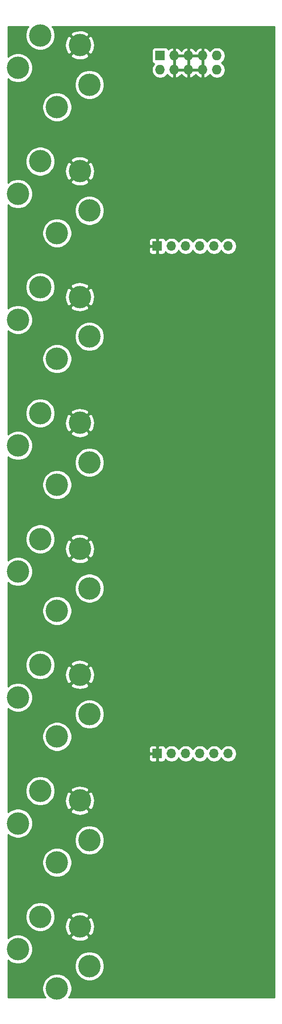
<source format=gbr>
G04 #@! TF.GenerationSoftware,KiCad,Pcbnew,(5.1.5)-3*
G04 #@! TF.CreationDate,2020-05-19T17:07:34-07:00*
G04 #@! TF.ProjectId,SM1REV1,534d3152-4556-4312-9e6b-696361645f70,rev?*
G04 #@! TF.SameCoordinates,Original*
G04 #@! TF.FileFunction,Copper,L2,Bot*
G04 #@! TF.FilePolarity,Positive*
%FSLAX46Y46*%
G04 Gerber Fmt 4.6, Leading zero omitted, Abs format (unit mm)*
G04 Created by KiCad (PCBNEW (5.1.5)-3) date 2020-05-19 17:07:34*
%MOMM*%
%LPD*%
G04 APERTURE LIST*
%ADD10O,1.700000X1.700000*%
%ADD11R,1.700000X1.700000*%
%ADD12C,4.000000*%
%ADD13O,1.727200X1.727200*%
%ADD14R,1.727200X1.727200*%
%ADD15C,0.254000*%
G04 APERTURE END LIST*
D10*
X115062000Y-147574000D03*
X112522000Y-147574000D03*
X109982000Y-147574000D03*
X107442000Y-147574000D03*
X104902000Y-147574000D03*
D11*
X102362000Y-147574000D03*
D10*
X115062000Y-56896000D03*
X112522000Y-56896000D03*
X109982000Y-56896000D03*
X107442000Y-56896000D03*
X104902000Y-56896000D03*
D11*
X102362000Y-56896000D03*
D12*
X77420000Y-182534000D03*
X81420000Y-176734000D03*
X88487000Y-178467000D03*
X90220000Y-185534000D03*
X84420000Y-189534000D03*
X77420000Y-160036852D03*
X81420000Y-154236852D03*
X88487000Y-155969852D03*
X90220000Y-163036852D03*
X84420000Y-167036852D03*
X77420000Y-137539710D03*
X81420000Y-131739710D03*
X88487000Y-133472710D03*
X90220000Y-140539710D03*
X84420000Y-144539710D03*
X77420000Y-115042568D03*
X81420000Y-109242568D03*
X88487000Y-110975568D03*
X90220000Y-118042568D03*
X84420000Y-122042568D03*
X77420000Y-92545426D03*
X81420000Y-86745426D03*
X88487000Y-88478426D03*
X90220000Y-95545426D03*
X84420000Y-99545426D03*
X77420000Y-70048284D03*
X81420000Y-64248284D03*
X88487000Y-65981284D03*
X90220000Y-73048284D03*
X84420000Y-77048284D03*
X77420000Y-47551142D03*
X81420000Y-41751142D03*
X88487000Y-43484142D03*
X90220000Y-50551142D03*
X84420000Y-54551142D03*
X77420000Y-25054000D03*
X81420000Y-19254000D03*
X88487000Y-20987000D03*
X90220000Y-28054000D03*
X84420000Y-32054000D03*
D13*
X113030000Y-25400000D03*
X113030000Y-22860000D03*
X110490000Y-25400000D03*
X110490000Y-22860000D03*
X107950000Y-25400000D03*
X107950000Y-22860000D03*
X105410000Y-25400000D03*
X105410000Y-22860000D03*
X102870000Y-25400000D03*
D14*
X102870000Y-22860000D03*
D15*
G36*
X79084893Y-18005859D02*
G01*
X78886261Y-18485399D01*
X78785000Y-18994475D01*
X78785000Y-19513525D01*
X78886261Y-20022601D01*
X79084893Y-20502141D01*
X79373262Y-20933715D01*
X79740285Y-21300738D01*
X80171859Y-21589107D01*
X80651399Y-21787739D01*
X81160475Y-21889000D01*
X81679525Y-21889000D01*
X82188601Y-21787739D01*
X82668141Y-21589107D01*
X83099715Y-21300738D01*
X83390382Y-21010071D01*
X85839352Y-21010071D01*
X85894727Y-21526159D01*
X86049721Y-22021526D01*
X86272742Y-22438772D01*
X86639501Y-22654894D01*
X88307395Y-20987000D01*
X88666605Y-20987000D01*
X90334499Y-22654894D01*
X90701258Y-22438772D01*
X90932776Y-21996400D01*
X101368328Y-21996400D01*
X101368328Y-23723600D01*
X101380588Y-23848082D01*
X101416898Y-23967780D01*
X101475863Y-24078094D01*
X101555215Y-24174785D01*
X101651906Y-24254137D01*
X101762220Y-24313102D01*
X101820023Y-24330636D01*
X101705961Y-24444698D01*
X101541958Y-24690147D01*
X101428990Y-24962875D01*
X101371400Y-25252401D01*
X101371400Y-25547599D01*
X101428990Y-25837125D01*
X101541958Y-26109853D01*
X101705961Y-26355302D01*
X101914698Y-26564039D01*
X102160147Y-26728042D01*
X102432875Y-26841010D01*
X102722401Y-26898600D01*
X103017599Y-26898600D01*
X103307125Y-26841010D01*
X103579853Y-26728042D01*
X103825302Y-26564039D01*
X104034039Y-26355302D01*
X104144559Y-26189897D01*
X104203183Y-26288488D01*
X104399707Y-26506854D01*
X104635056Y-26682684D01*
X104900186Y-26809222D01*
X105050974Y-26854958D01*
X105283000Y-26733817D01*
X105283000Y-25527000D01*
X105537000Y-25527000D01*
X105537000Y-26733817D01*
X105769026Y-26854958D01*
X105919814Y-26809222D01*
X106184944Y-26682684D01*
X106420293Y-26506854D01*
X106616817Y-26288488D01*
X106680000Y-26182230D01*
X106743183Y-26288488D01*
X106939707Y-26506854D01*
X107175056Y-26682684D01*
X107440186Y-26809222D01*
X107590974Y-26854958D01*
X107823000Y-26733817D01*
X107823000Y-25527000D01*
X108077000Y-25527000D01*
X108077000Y-26733817D01*
X108309026Y-26854958D01*
X108459814Y-26809222D01*
X108724944Y-26682684D01*
X108960293Y-26506854D01*
X109156817Y-26288488D01*
X109220000Y-26182230D01*
X109283183Y-26288488D01*
X109479707Y-26506854D01*
X109715056Y-26682684D01*
X109980186Y-26809222D01*
X110130974Y-26854958D01*
X110363000Y-26733817D01*
X110363000Y-25527000D01*
X108077000Y-25527000D01*
X107823000Y-25527000D01*
X105537000Y-25527000D01*
X105283000Y-25527000D01*
X105263000Y-25527000D01*
X105263000Y-25273000D01*
X105283000Y-25273000D01*
X105283000Y-22987000D01*
X105537000Y-22987000D01*
X105537000Y-25273000D01*
X107823000Y-25273000D01*
X107823000Y-22987000D01*
X108077000Y-22987000D01*
X108077000Y-25273000D01*
X110363000Y-25273000D01*
X110363000Y-22987000D01*
X108077000Y-22987000D01*
X107823000Y-22987000D01*
X105537000Y-22987000D01*
X105283000Y-22987000D01*
X105263000Y-22987000D01*
X105263000Y-22733000D01*
X105283000Y-22733000D01*
X105283000Y-21526183D01*
X105537000Y-21526183D01*
X105537000Y-22733000D01*
X107823000Y-22733000D01*
X107823000Y-21526183D01*
X108077000Y-21526183D01*
X108077000Y-22733000D01*
X110363000Y-22733000D01*
X110363000Y-21526183D01*
X110617000Y-21526183D01*
X110617000Y-22733000D01*
X110637000Y-22733000D01*
X110637000Y-22987000D01*
X110617000Y-22987000D01*
X110617000Y-25273000D01*
X110637000Y-25273000D01*
X110637000Y-25527000D01*
X110617000Y-25527000D01*
X110617000Y-26733817D01*
X110849026Y-26854958D01*
X110999814Y-26809222D01*
X111264944Y-26682684D01*
X111500293Y-26506854D01*
X111696817Y-26288488D01*
X111755441Y-26189897D01*
X111865961Y-26355302D01*
X112074698Y-26564039D01*
X112320147Y-26728042D01*
X112592875Y-26841010D01*
X112882401Y-26898600D01*
X113177599Y-26898600D01*
X113467125Y-26841010D01*
X113739853Y-26728042D01*
X113985302Y-26564039D01*
X114194039Y-26355302D01*
X114358042Y-26109853D01*
X114471010Y-25837125D01*
X114528600Y-25547599D01*
X114528600Y-25252401D01*
X114471010Y-24962875D01*
X114358042Y-24690147D01*
X114194039Y-24444698D01*
X113985302Y-24235961D01*
X113826719Y-24130000D01*
X113985302Y-24024039D01*
X114194039Y-23815302D01*
X114358042Y-23569853D01*
X114471010Y-23297125D01*
X114528600Y-23007599D01*
X114528600Y-22712401D01*
X114471010Y-22422875D01*
X114358042Y-22150147D01*
X114194039Y-21904698D01*
X113985302Y-21695961D01*
X113739853Y-21531958D01*
X113467125Y-21418990D01*
X113177599Y-21361400D01*
X112882401Y-21361400D01*
X112592875Y-21418990D01*
X112320147Y-21531958D01*
X112074698Y-21695961D01*
X111865961Y-21904698D01*
X111755441Y-22070103D01*
X111696817Y-21971512D01*
X111500293Y-21753146D01*
X111264944Y-21577316D01*
X110999814Y-21450778D01*
X110849026Y-21405042D01*
X110617000Y-21526183D01*
X110363000Y-21526183D01*
X110130974Y-21405042D01*
X109980186Y-21450778D01*
X109715056Y-21577316D01*
X109479707Y-21753146D01*
X109283183Y-21971512D01*
X109220000Y-22077770D01*
X109156817Y-21971512D01*
X108960293Y-21753146D01*
X108724944Y-21577316D01*
X108459814Y-21450778D01*
X108309026Y-21405042D01*
X108077000Y-21526183D01*
X107823000Y-21526183D01*
X107590974Y-21405042D01*
X107440186Y-21450778D01*
X107175056Y-21577316D01*
X106939707Y-21753146D01*
X106743183Y-21971512D01*
X106680000Y-22077770D01*
X106616817Y-21971512D01*
X106420293Y-21753146D01*
X106184944Y-21577316D01*
X105919814Y-21450778D01*
X105769026Y-21405042D01*
X105537000Y-21526183D01*
X105283000Y-21526183D01*
X105050974Y-21405042D01*
X104900186Y-21450778D01*
X104635056Y-21577316D01*
X104399707Y-21753146D01*
X104342624Y-21816574D01*
X104323102Y-21752220D01*
X104264137Y-21641906D01*
X104184785Y-21545215D01*
X104088094Y-21465863D01*
X103977780Y-21406898D01*
X103858082Y-21370588D01*
X103733600Y-21358328D01*
X102006400Y-21358328D01*
X101881918Y-21370588D01*
X101762220Y-21406898D01*
X101651906Y-21465863D01*
X101555215Y-21545215D01*
X101475863Y-21641906D01*
X101416898Y-21752220D01*
X101380588Y-21871918D01*
X101368328Y-21996400D01*
X90932776Y-21996400D01*
X90941938Y-21978895D01*
X91088275Y-21480902D01*
X91134648Y-20963929D01*
X91079273Y-20447841D01*
X90924279Y-19952474D01*
X90701258Y-19535228D01*
X90334499Y-19319106D01*
X88666605Y-20987000D01*
X88307395Y-20987000D01*
X86639501Y-19319106D01*
X86272742Y-19535228D01*
X86032062Y-19995105D01*
X85885725Y-20493098D01*
X85839352Y-21010071D01*
X83390382Y-21010071D01*
X83466738Y-20933715D01*
X83755107Y-20502141D01*
X83953739Y-20022601D01*
X84055000Y-19513525D01*
X84055000Y-19139501D01*
X86819106Y-19139501D01*
X88487000Y-20807395D01*
X90154894Y-19139501D01*
X89938772Y-18772742D01*
X89478895Y-18532062D01*
X88980902Y-18385725D01*
X88463929Y-18339352D01*
X87947841Y-18394727D01*
X87452474Y-18549721D01*
X87035228Y-18772742D01*
X86819106Y-19139501D01*
X84055000Y-19139501D01*
X84055000Y-18994475D01*
X83953739Y-18485399D01*
X83755107Y-18005859D01*
X83536038Y-17678000D01*
X123340000Y-17678000D01*
X123340001Y-191110000D01*
X86536038Y-191110000D01*
X86755107Y-190782141D01*
X86953739Y-190302601D01*
X87055000Y-189793525D01*
X87055000Y-189274475D01*
X86953739Y-188765399D01*
X86755107Y-188285859D01*
X86466738Y-187854285D01*
X86099715Y-187487262D01*
X85668141Y-187198893D01*
X85188601Y-187000261D01*
X84679525Y-186899000D01*
X84160475Y-186899000D01*
X83651399Y-187000261D01*
X83171859Y-187198893D01*
X82740285Y-187487262D01*
X82373262Y-187854285D01*
X82084893Y-188285859D01*
X81886261Y-188765399D01*
X81785000Y-189274475D01*
X81785000Y-189793525D01*
X81886261Y-190302601D01*
X82084893Y-190782141D01*
X82303962Y-191110000D01*
X75660000Y-191110000D01*
X75660000Y-185274475D01*
X87585000Y-185274475D01*
X87585000Y-185793525D01*
X87686261Y-186302601D01*
X87884893Y-186782141D01*
X88173262Y-187213715D01*
X88540285Y-187580738D01*
X88971859Y-187869107D01*
X89451399Y-188067739D01*
X89960475Y-188169000D01*
X90479525Y-188169000D01*
X90988601Y-188067739D01*
X91468141Y-187869107D01*
X91899715Y-187580738D01*
X92266738Y-187213715D01*
X92555107Y-186782141D01*
X92753739Y-186302601D01*
X92855000Y-185793525D01*
X92855000Y-185274475D01*
X92753739Y-184765399D01*
X92555107Y-184285859D01*
X92266738Y-183854285D01*
X91899715Y-183487262D01*
X91468141Y-183198893D01*
X90988601Y-183000261D01*
X90479525Y-182899000D01*
X89960475Y-182899000D01*
X89451399Y-183000261D01*
X88971859Y-183198893D01*
X88540285Y-183487262D01*
X88173262Y-183854285D01*
X87884893Y-184285859D01*
X87686261Y-184765399D01*
X87585000Y-185274475D01*
X75660000Y-185274475D01*
X75660000Y-184500453D01*
X75740285Y-184580738D01*
X76171859Y-184869107D01*
X76651399Y-185067739D01*
X77160475Y-185169000D01*
X77679525Y-185169000D01*
X78188601Y-185067739D01*
X78668141Y-184869107D01*
X79099715Y-184580738D01*
X79466738Y-184213715D01*
X79755107Y-183782141D01*
X79953739Y-183302601D01*
X80055000Y-182793525D01*
X80055000Y-182274475D01*
X79953739Y-181765399D01*
X79755107Y-181285859D01*
X79466738Y-180854285D01*
X79099715Y-180487262D01*
X78841158Y-180314499D01*
X86819106Y-180314499D01*
X87035228Y-180681258D01*
X87495105Y-180921938D01*
X87993098Y-181068275D01*
X88510071Y-181114648D01*
X89026159Y-181059273D01*
X89521526Y-180904279D01*
X89938772Y-180681258D01*
X90154894Y-180314499D01*
X88487000Y-178646605D01*
X86819106Y-180314499D01*
X78841158Y-180314499D01*
X78668141Y-180198893D01*
X78188601Y-180000261D01*
X77679525Y-179899000D01*
X77160475Y-179899000D01*
X76651399Y-180000261D01*
X76171859Y-180198893D01*
X75740285Y-180487262D01*
X75660000Y-180567547D01*
X75660000Y-176474475D01*
X78785000Y-176474475D01*
X78785000Y-176993525D01*
X78886261Y-177502601D01*
X79084893Y-177982141D01*
X79373262Y-178413715D01*
X79740285Y-178780738D01*
X80171859Y-179069107D01*
X80651399Y-179267739D01*
X81160475Y-179369000D01*
X81679525Y-179369000D01*
X82188601Y-179267739D01*
X82668141Y-179069107D01*
X83099715Y-178780738D01*
X83390382Y-178490071D01*
X85839352Y-178490071D01*
X85894727Y-179006159D01*
X86049721Y-179501526D01*
X86272742Y-179918772D01*
X86639501Y-180134894D01*
X88307395Y-178467000D01*
X88666605Y-178467000D01*
X90334499Y-180134894D01*
X90701258Y-179918772D01*
X90941938Y-179458895D01*
X91088275Y-178960902D01*
X91134648Y-178443929D01*
X91079273Y-177927841D01*
X90924279Y-177432474D01*
X90701258Y-177015228D01*
X90334499Y-176799106D01*
X88666605Y-178467000D01*
X88307395Y-178467000D01*
X86639501Y-176799106D01*
X86272742Y-177015228D01*
X86032062Y-177475105D01*
X85885725Y-177973098D01*
X85839352Y-178490071D01*
X83390382Y-178490071D01*
X83466738Y-178413715D01*
X83755107Y-177982141D01*
X83953739Y-177502601D01*
X84055000Y-176993525D01*
X84055000Y-176619501D01*
X86819106Y-176619501D01*
X88487000Y-178287395D01*
X90154894Y-176619501D01*
X89938772Y-176252742D01*
X89478895Y-176012062D01*
X88980902Y-175865725D01*
X88463929Y-175819352D01*
X87947841Y-175874727D01*
X87452474Y-176029721D01*
X87035228Y-176252742D01*
X86819106Y-176619501D01*
X84055000Y-176619501D01*
X84055000Y-176474475D01*
X83953739Y-175965399D01*
X83755107Y-175485859D01*
X83466738Y-175054285D01*
X83099715Y-174687262D01*
X82668141Y-174398893D01*
X82188601Y-174200261D01*
X81679525Y-174099000D01*
X81160475Y-174099000D01*
X80651399Y-174200261D01*
X80171859Y-174398893D01*
X79740285Y-174687262D01*
X79373262Y-175054285D01*
X79084893Y-175485859D01*
X78886261Y-175965399D01*
X78785000Y-176474475D01*
X75660000Y-176474475D01*
X75660000Y-166777327D01*
X81785000Y-166777327D01*
X81785000Y-167296377D01*
X81886261Y-167805453D01*
X82084893Y-168284993D01*
X82373262Y-168716567D01*
X82740285Y-169083590D01*
X83171859Y-169371959D01*
X83651399Y-169570591D01*
X84160475Y-169671852D01*
X84679525Y-169671852D01*
X85188601Y-169570591D01*
X85668141Y-169371959D01*
X86099715Y-169083590D01*
X86466738Y-168716567D01*
X86755107Y-168284993D01*
X86953739Y-167805453D01*
X87055000Y-167296377D01*
X87055000Y-166777327D01*
X86953739Y-166268251D01*
X86755107Y-165788711D01*
X86466738Y-165357137D01*
X86099715Y-164990114D01*
X85668141Y-164701745D01*
X85188601Y-164503113D01*
X84679525Y-164401852D01*
X84160475Y-164401852D01*
X83651399Y-164503113D01*
X83171859Y-164701745D01*
X82740285Y-164990114D01*
X82373262Y-165357137D01*
X82084893Y-165788711D01*
X81886261Y-166268251D01*
X81785000Y-166777327D01*
X75660000Y-166777327D01*
X75660000Y-162777327D01*
X87585000Y-162777327D01*
X87585000Y-163296377D01*
X87686261Y-163805453D01*
X87884893Y-164284993D01*
X88173262Y-164716567D01*
X88540285Y-165083590D01*
X88971859Y-165371959D01*
X89451399Y-165570591D01*
X89960475Y-165671852D01*
X90479525Y-165671852D01*
X90988601Y-165570591D01*
X91468141Y-165371959D01*
X91899715Y-165083590D01*
X92266738Y-164716567D01*
X92555107Y-164284993D01*
X92753739Y-163805453D01*
X92855000Y-163296377D01*
X92855000Y-162777327D01*
X92753739Y-162268251D01*
X92555107Y-161788711D01*
X92266738Y-161357137D01*
X91899715Y-160990114D01*
X91468141Y-160701745D01*
X90988601Y-160503113D01*
X90479525Y-160401852D01*
X89960475Y-160401852D01*
X89451399Y-160503113D01*
X88971859Y-160701745D01*
X88540285Y-160990114D01*
X88173262Y-161357137D01*
X87884893Y-161788711D01*
X87686261Y-162268251D01*
X87585000Y-162777327D01*
X75660000Y-162777327D01*
X75660000Y-162003305D01*
X75740285Y-162083590D01*
X76171859Y-162371959D01*
X76651399Y-162570591D01*
X77160475Y-162671852D01*
X77679525Y-162671852D01*
X78188601Y-162570591D01*
X78668141Y-162371959D01*
X79099715Y-162083590D01*
X79466738Y-161716567D01*
X79755107Y-161284993D01*
X79953739Y-160805453D01*
X80055000Y-160296377D01*
X80055000Y-159777327D01*
X79953739Y-159268251D01*
X79755107Y-158788711D01*
X79466738Y-158357137D01*
X79099715Y-157990114D01*
X78841158Y-157817351D01*
X86819106Y-157817351D01*
X87035228Y-158184110D01*
X87495105Y-158424790D01*
X87993098Y-158571127D01*
X88510071Y-158617500D01*
X89026159Y-158562125D01*
X89521526Y-158407131D01*
X89938772Y-158184110D01*
X90154894Y-157817351D01*
X88487000Y-156149457D01*
X86819106Y-157817351D01*
X78841158Y-157817351D01*
X78668141Y-157701745D01*
X78188601Y-157503113D01*
X77679525Y-157401852D01*
X77160475Y-157401852D01*
X76651399Y-157503113D01*
X76171859Y-157701745D01*
X75740285Y-157990114D01*
X75660000Y-158070399D01*
X75660000Y-153977327D01*
X78785000Y-153977327D01*
X78785000Y-154496377D01*
X78886261Y-155005453D01*
X79084893Y-155484993D01*
X79373262Y-155916567D01*
X79740285Y-156283590D01*
X80171859Y-156571959D01*
X80651399Y-156770591D01*
X81160475Y-156871852D01*
X81679525Y-156871852D01*
X82188601Y-156770591D01*
X82668141Y-156571959D01*
X83099715Y-156283590D01*
X83390382Y-155992923D01*
X85839352Y-155992923D01*
X85894727Y-156509011D01*
X86049721Y-157004378D01*
X86272742Y-157421624D01*
X86639501Y-157637746D01*
X88307395Y-155969852D01*
X88666605Y-155969852D01*
X90334499Y-157637746D01*
X90701258Y-157421624D01*
X90941938Y-156961747D01*
X91088275Y-156463754D01*
X91134648Y-155946781D01*
X91079273Y-155430693D01*
X90924279Y-154935326D01*
X90701258Y-154518080D01*
X90334499Y-154301958D01*
X88666605Y-155969852D01*
X88307395Y-155969852D01*
X86639501Y-154301958D01*
X86272742Y-154518080D01*
X86032062Y-154977957D01*
X85885725Y-155475950D01*
X85839352Y-155992923D01*
X83390382Y-155992923D01*
X83466738Y-155916567D01*
X83755107Y-155484993D01*
X83953739Y-155005453D01*
X84055000Y-154496377D01*
X84055000Y-154122353D01*
X86819106Y-154122353D01*
X88487000Y-155790247D01*
X90154894Y-154122353D01*
X89938772Y-153755594D01*
X89478895Y-153514914D01*
X88980902Y-153368577D01*
X88463929Y-153322204D01*
X87947841Y-153377579D01*
X87452474Y-153532573D01*
X87035228Y-153755594D01*
X86819106Y-154122353D01*
X84055000Y-154122353D01*
X84055000Y-153977327D01*
X83953739Y-153468251D01*
X83755107Y-152988711D01*
X83466738Y-152557137D01*
X83099715Y-152190114D01*
X82668141Y-151901745D01*
X82188601Y-151703113D01*
X81679525Y-151601852D01*
X81160475Y-151601852D01*
X80651399Y-151703113D01*
X80171859Y-151901745D01*
X79740285Y-152190114D01*
X79373262Y-152557137D01*
X79084893Y-152988711D01*
X78886261Y-153468251D01*
X78785000Y-153977327D01*
X75660000Y-153977327D01*
X75660000Y-148424000D01*
X100873928Y-148424000D01*
X100886188Y-148548482D01*
X100922498Y-148668180D01*
X100981463Y-148778494D01*
X101060815Y-148875185D01*
X101157506Y-148954537D01*
X101267820Y-149013502D01*
X101387518Y-149049812D01*
X101512000Y-149062072D01*
X102076250Y-149059000D01*
X102235000Y-148900250D01*
X102235000Y-147701000D01*
X101035750Y-147701000D01*
X100877000Y-147859750D01*
X100873928Y-148424000D01*
X75660000Y-148424000D01*
X75660000Y-144280185D01*
X81785000Y-144280185D01*
X81785000Y-144799235D01*
X81886261Y-145308311D01*
X82084893Y-145787851D01*
X82373262Y-146219425D01*
X82740285Y-146586448D01*
X83171859Y-146874817D01*
X83651399Y-147073449D01*
X84160475Y-147174710D01*
X84679525Y-147174710D01*
X85188601Y-147073449D01*
X85668141Y-146874817D01*
X85893854Y-146724000D01*
X100873928Y-146724000D01*
X100877000Y-147288250D01*
X101035750Y-147447000D01*
X102235000Y-147447000D01*
X102235000Y-146247750D01*
X102489000Y-146247750D01*
X102489000Y-147447000D01*
X102509000Y-147447000D01*
X102509000Y-147701000D01*
X102489000Y-147701000D01*
X102489000Y-148900250D01*
X102647750Y-149059000D01*
X103212000Y-149062072D01*
X103336482Y-149049812D01*
X103456180Y-149013502D01*
X103566494Y-148954537D01*
X103663185Y-148875185D01*
X103742537Y-148778494D01*
X103801502Y-148668180D01*
X103823513Y-148595620D01*
X103955368Y-148727475D01*
X104198589Y-148889990D01*
X104468842Y-149001932D01*
X104755740Y-149059000D01*
X105048260Y-149059000D01*
X105335158Y-149001932D01*
X105605411Y-148889990D01*
X105848632Y-148727475D01*
X106055475Y-148520632D01*
X106172000Y-148346240D01*
X106288525Y-148520632D01*
X106495368Y-148727475D01*
X106738589Y-148889990D01*
X107008842Y-149001932D01*
X107295740Y-149059000D01*
X107588260Y-149059000D01*
X107875158Y-149001932D01*
X108145411Y-148889990D01*
X108388632Y-148727475D01*
X108595475Y-148520632D01*
X108712000Y-148346240D01*
X108828525Y-148520632D01*
X109035368Y-148727475D01*
X109278589Y-148889990D01*
X109548842Y-149001932D01*
X109835740Y-149059000D01*
X110128260Y-149059000D01*
X110415158Y-149001932D01*
X110685411Y-148889990D01*
X110928632Y-148727475D01*
X111135475Y-148520632D01*
X111252000Y-148346240D01*
X111368525Y-148520632D01*
X111575368Y-148727475D01*
X111818589Y-148889990D01*
X112088842Y-149001932D01*
X112375740Y-149059000D01*
X112668260Y-149059000D01*
X112955158Y-149001932D01*
X113225411Y-148889990D01*
X113468632Y-148727475D01*
X113675475Y-148520632D01*
X113792000Y-148346240D01*
X113908525Y-148520632D01*
X114115368Y-148727475D01*
X114358589Y-148889990D01*
X114628842Y-149001932D01*
X114915740Y-149059000D01*
X115208260Y-149059000D01*
X115495158Y-149001932D01*
X115765411Y-148889990D01*
X116008632Y-148727475D01*
X116215475Y-148520632D01*
X116377990Y-148277411D01*
X116489932Y-148007158D01*
X116547000Y-147720260D01*
X116547000Y-147427740D01*
X116489932Y-147140842D01*
X116377990Y-146870589D01*
X116215475Y-146627368D01*
X116008632Y-146420525D01*
X115765411Y-146258010D01*
X115495158Y-146146068D01*
X115208260Y-146089000D01*
X114915740Y-146089000D01*
X114628842Y-146146068D01*
X114358589Y-146258010D01*
X114115368Y-146420525D01*
X113908525Y-146627368D01*
X113792000Y-146801760D01*
X113675475Y-146627368D01*
X113468632Y-146420525D01*
X113225411Y-146258010D01*
X112955158Y-146146068D01*
X112668260Y-146089000D01*
X112375740Y-146089000D01*
X112088842Y-146146068D01*
X111818589Y-146258010D01*
X111575368Y-146420525D01*
X111368525Y-146627368D01*
X111252000Y-146801760D01*
X111135475Y-146627368D01*
X110928632Y-146420525D01*
X110685411Y-146258010D01*
X110415158Y-146146068D01*
X110128260Y-146089000D01*
X109835740Y-146089000D01*
X109548842Y-146146068D01*
X109278589Y-146258010D01*
X109035368Y-146420525D01*
X108828525Y-146627368D01*
X108712000Y-146801760D01*
X108595475Y-146627368D01*
X108388632Y-146420525D01*
X108145411Y-146258010D01*
X107875158Y-146146068D01*
X107588260Y-146089000D01*
X107295740Y-146089000D01*
X107008842Y-146146068D01*
X106738589Y-146258010D01*
X106495368Y-146420525D01*
X106288525Y-146627368D01*
X106172000Y-146801760D01*
X106055475Y-146627368D01*
X105848632Y-146420525D01*
X105605411Y-146258010D01*
X105335158Y-146146068D01*
X105048260Y-146089000D01*
X104755740Y-146089000D01*
X104468842Y-146146068D01*
X104198589Y-146258010D01*
X103955368Y-146420525D01*
X103823513Y-146552380D01*
X103801502Y-146479820D01*
X103742537Y-146369506D01*
X103663185Y-146272815D01*
X103566494Y-146193463D01*
X103456180Y-146134498D01*
X103336482Y-146098188D01*
X103212000Y-146085928D01*
X102647750Y-146089000D01*
X102489000Y-146247750D01*
X102235000Y-146247750D01*
X102076250Y-146089000D01*
X101512000Y-146085928D01*
X101387518Y-146098188D01*
X101267820Y-146134498D01*
X101157506Y-146193463D01*
X101060815Y-146272815D01*
X100981463Y-146369506D01*
X100922498Y-146479820D01*
X100886188Y-146599518D01*
X100873928Y-146724000D01*
X85893854Y-146724000D01*
X86099715Y-146586448D01*
X86466738Y-146219425D01*
X86755107Y-145787851D01*
X86953739Y-145308311D01*
X87055000Y-144799235D01*
X87055000Y-144280185D01*
X86953739Y-143771109D01*
X86755107Y-143291569D01*
X86466738Y-142859995D01*
X86099715Y-142492972D01*
X85668141Y-142204603D01*
X85188601Y-142005971D01*
X84679525Y-141904710D01*
X84160475Y-141904710D01*
X83651399Y-142005971D01*
X83171859Y-142204603D01*
X82740285Y-142492972D01*
X82373262Y-142859995D01*
X82084893Y-143291569D01*
X81886261Y-143771109D01*
X81785000Y-144280185D01*
X75660000Y-144280185D01*
X75660000Y-140280185D01*
X87585000Y-140280185D01*
X87585000Y-140799235D01*
X87686261Y-141308311D01*
X87884893Y-141787851D01*
X88173262Y-142219425D01*
X88540285Y-142586448D01*
X88971859Y-142874817D01*
X89451399Y-143073449D01*
X89960475Y-143174710D01*
X90479525Y-143174710D01*
X90988601Y-143073449D01*
X91468141Y-142874817D01*
X91899715Y-142586448D01*
X92266738Y-142219425D01*
X92555107Y-141787851D01*
X92753739Y-141308311D01*
X92855000Y-140799235D01*
X92855000Y-140280185D01*
X92753739Y-139771109D01*
X92555107Y-139291569D01*
X92266738Y-138859995D01*
X91899715Y-138492972D01*
X91468141Y-138204603D01*
X90988601Y-138005971D01*
X90479525Y-137904710D01*
X89960475Y-137904710D01*
X89451399Y-138005971D01*
X88971859Y-138204603D01*
X88540285Y-138492972D01*
X88173262Y-138859995D01*
X87884893Y-139291569D01*
X87686261Y-139771109D01*
X87585000Y-140280185D01*
X75660000Y-140280185D01*
X75660000Y-139506163D01*
X75740285Y-139586448D01*
X76171859Y-139874817D01*
X76651399Y-140073449D01*
X77160475Y-140174710D01*
X77679525Y-140174710D01*
X78188601Y-140073449D01*
X78668141Y-139874817D01*
X79099715Y-139586448D01*
X79466738Y-139219425D01*
X79755107Y-138787851D01*
X79953739Y-138308311D01*
X80055000Y-137799235D01*
X80055000Y-137280185D01*
X79953739Y-136771109D01*
X79755107Y-136291569D01*
X79466738Y-135859995D01*
X79099715Y-135492972D01*
X78841158Y-135320209D01*
X86819106Y-135320209D01*
X87035228Y-135686968D01*
X87495105Y-135927648D01*
X87993098Y-136073985D01*
X88510071Y-136120358D01*
X89026159Y-136064983D01*
X89521526Y-135909989D01*
X89938772Y-135686968D01*
X90154894Y-135320209D01*
X88487000Y-133652315D01*
X86819106Y-135320209D01*
X78841158Y-135320209D01*
X78668141Y-135204603D01*
X78188601Y-135005971D01*
X77679525Y-134904710D01*
X77160475Y-134904710D01*
X76651399Y-135005971D01*
X76171859Y-135204603D01*
X75740285Y-135492972D01*
X75660000Y-135573257D01*
X75660000Y-131480185D01*
X78785000Y-131480185D01*
X78785000Y-131999235D01*
X78886261Y-132508311D01*
X79084893Y-132987851D01*
X79373262Y-133419425D01*
X79740285Y-133786448D01*
X80171859Y-134074817D01*
X80651399Y-134273449D01*
X81160475Y-134374710D01*
X81679525Y-134374710D01*
X82188601Y-134273449D01*
X82668141Y-134074817D01*
X83099715Y-133786448D01*
X83390382Y-133495781D01*
X85839352Y-133495781D01*
X85894727Y-134011869D01*
X86049721Y-134507236D01*
X86272742Y-134924482D01*
X86639501Y-135140604D01*
X88307395Y-133472710D01*
X88666605Y-133472710D01*
X90334499Y-135140604D01*
X90701258Y-134924482D01*
X90941938Y-134464605D01*
X91088275Y-133966612D01*
X91134648Y-133449639D01*
X91079273Y-132933551D01*
X90924279Y-132438184D01*
X90701258Y-132020938D01*
X90334499Y-131804816D01*
X88666605Y-133472710D01*
X88307395Y-133472710D01*
X86639501Y-131804816D01*
X86272742Y-132020938D01*
X86032062Y-132480815D01*
X85885725Y-132978808D01*
X85839352Y-133495781D01*
X83390382Y-133495781D01*
X83466738Y-133419425D01*
X83755107Y-132987851D01*
X83953739Y-132508311D01*
X84055000Y-131999235D01*
X84055000Y-131625211D01*
X86819106Y-131625211D01*
X88487000Y-133293105D01*
X90154894Y-131625211D01*
X89938772Y-131258452D01*
X89478895Y-131017772D01*
X88980902Y-130871435D01*
X88463929Y-130825062D01*
X87947841Y-130880437D01*
X87452474Y-131035431D01*
X87035228Y-131258452D01*
X86819106Y-131625211D01*
X84055000Y-131625211D01*
X84055000Y-131480185D01*
X83953739Y-130971109D01*
X83755107Y-130491569D01*
X83466738Y-130059995D01*
X83099715Y-129692972D01*
X82668141Y-129404603D01*
X82188601Y-129205971D01*
X81679525Y-129104710D01*
X81160475Y-129104710D01*
X80651399Y-129205971D01*
X80171859Y-129404603D01*
X79740285Y-129692972D01*
X79373262Y-130059995D01*
X79084893Y-130491569D01*
X78886261Y-130971109D01*
X78785000Y-131480185D01*
X75660000Y-131480185D01*
X75660000Y-121783043D01*
X81785000Y-121783043D01*
X81785000Y-122302093D01*
X81886261Y-122811169D01*
X82084893Y-123290709D01*
X82373262Y-123722283D01*
X82740285Y-124089306D01*
X83171859Y-124377675D01*
X83651399Y-124576307D01*
X84160475Y-124677568D01*
X84679525Y-124677568D01*
X85188601Y-124576307D01*
X85668141Y-124377675D01*
X86099715Y-124089306D01*
X86466738Y-123722283D01*
X86755107Y-123290709D01*
X86953739Y-122811169D01*
X87055000Y-122302093D01*
X87055000Y-121783043D01*
X86953739Y-121273967D01*
X86755107Y-120794427D01*
X86466738Y-120362853D01*
X86099715Y-119995830D01*
X85668141Y-119707461D01*
X85188601Y-119508829D01*
X84679525Y-119407568D01*
X84160475Y-119407568D01*
X83651399Y-119508829D01*
X83171859Y-119707461D01*
X82740285Y-119995830D01*
X82373262Y-120362853D01*
X82084893Y-120794427D01*
X81886261Y-121273967D01*
X81785000Y-121783043D01*
X75660000Y-121783043D01*
X75660000Y-117783043D01*
X87585000Y-117783043D01*
X87585000Y-118302093D01*
X87686261Y-118811169D01*
X87884893Y-119290709D01*
X88173262Y-119722283D01*
X88540285Y-120089306D01*
X88971859Y-120377675D01*
X89451399Y-120576307D01*
X89960475Y-120677568D01*
X90479525Y-120677568D01*
X90988601Y-120576307D01*
X91468141Y-120377675D01*
X91899715Y-120089306D01*
X92266738Y-119722283D01*
X92555107Y-119290709D01*
X92753739Y-118811169D01*
X92855000Y-118302093D01*
X92855000Y-117783043D01*
X92753739Y-117273967D01*
X92555107Y-116794427D01*
X92266738Y-116362853D01*
X91899715Y-115995830D01*
X91468141Y-115707461D01*
X90988601Y-115508829D01*
X90479525Y-115407568D01*
X89960475Y-115407568D01*
X89451399Y-115508829D01*
X88971859Y-115707461D01*
X88540285Y-115995830D01*
X88173262Y-116362853D01*
X87884893Y-116794427D01*
X87686261Y-117273967D01*
X87585000Y-117783043D01*
X75660000Y-117783043D01*
X75660000Y-117009021D01*
X75740285Y-117089306D01*
X76171859Y-117377675D01*
X76651399Y-117576307D01*
X77160475Y-117677568D01*
X77679525Y-117677568D01*
X78188601Y-117576307D01*
X78668141Y-117377675D01*
X79099715Y-117089306D01*
X79466738Y-116722283D01*
X79755107Y-116290709D01*
X79953739Y-115811169D01*
X80055000Y-115302093D01*
X80055000Y-114783043D01*
X79953739Y-114273967D01*
X79755107Y-113794427D01*
X79466738Y-113362853D01*
X79099715Y-112995830D01*
X78841158Y-112823067D01*
X86819106Y-112823067D01*
X87035228Y-113189826D01*
X87495105Y-113430506D01*
X87993098Y-113576843D01*
X88510071Y-113623216D01*
X89026159Y-113567841D01*
X89521526Y-113412847D01*
X89938772Y-113189826D01*
X90154894Y-112823067D01*
X88487000Y-111155173D01*
X86819106Y-112823067D01*
X78841158Y-112823067D01*
X78668141Y-112707461D01*
X78188601Y-112508829D01*
X77679525Y-112407568D01*
X77160475Y-112407568D01*
X76651399Y-112508829D01*
X76171859Y-112707461D01*
X75740285Y-112995830D01*
X75660000Y-113076115D01*
X75660000Y-108983043D01*
X78785000Y-108983043D01*
X78785000Y-109502093D01*
X78886261Y-110011169D01*
X79084893Y-110490709D01*
X79373262Y-110922283D01*
X79740285Y-111289306D01*
X80171859Y-111577675D01*
X80651399Y-111776307D01*
X81160475Y-111877568D01*
X81679525Y-111877568D01*
X82188601Y-111776307D01*
X82668141Y-111577675D01*
X83099715Y-111289306D01*
X83390382Y-110998639D01*
X85839352Y-110998639D01*
X85894727Y-111514727D01*
X86049721Y-112010094D01*
X86272742Y-112427340D01*
X86639501Y-112643462D01*
X88307395Y-110975568D01*
X88666605Y-110975568D01*
X90334499Y-112643462D01*
X90701258Y-112427340D01*
X90941938Y-111967463D01*
X91088275Y-111469470D01*
X91134648Y-110952497D01*
X91079273Y-110436409D01*
X90924279Y-109941042D01*
X90701258Y-109523796D01*
X90334499Y-109307674D01*
X88666605Y-110975568D01*
X88307395Y-110975568D01*
X86639501Y-109307674D01*
X86272742Y-109523796D01*
X86032062Y-109983673D01*
X85885725Y-110481666D01*
X85839352Y-110998639D01*
X83390382Y-110998639D01*
X83466738Y-110922283D01*
X83755107Y-110490709D01*
X83953739Y-110011169D01*
X84055000Y-109502093D01*
X84055000Y-109128069D01*
X86819106Y-109128069D01*
X88487000Y-110795963D01*
X90154894Y-109128069D01*
X89938772Y-108761310D01*
X89478895Y-108520630D01*
X88980902Y-108374293D01*
X88463929Y-108327920D01*
X87947841Y-108383295D01*
X87452474Y-108538289D01*
X87035228Y-108761310D01*
X86819106Y-109128069D01*
X84055000Y-109128069D01*
X84055000Y-108983043D01*
X83953739Y-108473967D01*
X83755107Y-107994427D01*
X83466738Y-107562853D01*
X83099715Y-107195830D01*
X82668141Y-106907461D01*
X82188601Y-106708829D01*
X81679525Y-106607568D01*
X81160475Y-106607568D01*
X80651399Y-106708829D01*
X80171859Y-106907461D01*
X79740285Y-107195830D01*
X79373262Y-107562853D01*
X79084893Y-107994427D01*
X78886261Y-108473967D01*
X78785000Y-108983043D01*
X75660000Y-108983043D01*
X75660000Y-99285901D01*
X81785000Y-99285901D01*
X81785000Y-99804951D01*
X81886261Y-100314027D01*
X82084893Y-100793567D01*
X82373262Y-101225141D01*
X82740285Y-101592164D01*
X83171859Y-101880533D01*
X83651399Y-102079165D01*
X84160475Y-102180426D01*
X84679525Y-102180426D01*
X85188601Y-102079165D01*
X85668141Y-101880533D01*
X86099715Y-101592164D01*
X86466738Y-101225141D01*
X86755107Y-100793567D01*
X86953739Y-100314027D01*
X87055000Y-99804951D01*
X87055000Y-99285901D01*
X86953739Y-98776825D01*
X86755107Y-98297285D01*
X86466738Y-97865711D01*
X86099715Y-97498688D01*
X85668141Y-97210319D01*
X85188601Y-97011687D01*
X84679525Y-96910426D01*
X84160475Y-96910426D01*
X83651399Y-97011687D01*
X83171859Y-97210319D01*
X82740285Y-97498688D01*
X82373262Y-97865711D01*
X82084893Y-98297285D01*
X81886261Y-98776825D01*
X81785000Y-99285901D01*
X75660000Y-99285901D01*
X75660000Y-95285901D01*
X87585000Y-95285901D01*
X87585000Y-95804951D01*
X87686261Y-96314027D01*
X87884893Y-96793567D01*
X88173262Y-97225141D01*
X88540285Y-97592164D01*
X88971859Y-97880533D01*
X89451399Y-98079165D01*
X89960475Y-98180426D01*
X90479525Y-98180426D01*
X90988601Y-98079165D01*
X91468141Y-97880533D01*
X91899715Y-97592164D01*
X92266738Y-97225141D01*
X92555107Y-96793567D01*
X92753739Y-96314027D01*
X92855000Y-95804951D01*
X92855000Y-95285901D01*
X92753739Y-94776825D01*
X92555107Y-94297285D01*
X92266738Y-93865711D01*
X91899715Y-93498688D01*
X91468141Y-93210319D01*
X90988601Y-93011687D01*
X90479525Y-92910426D01*
X89960475Y-92910426D01*
X89451399Y-93011687D01*
X88971859Y-93210319D01*
X88540285Y-93498688D01*
X88173262Y-93865711D01*
X87884893Y-94297285D01*
X87686261Y-94776825D01*
X87585000Y-95285901D01*
X75660000Y-95285901D01*
X75660000Y-94511879D01*
X75740285Y-94592164D01*
X76171859Y-94880533D01*
X76651399Y-95079165D01*
X77160475Y-95180426D01*
X77679525Y-95180426D01*
X78188601Y-95079165D01*
X78668141Y-94880533D01*
X79099715Y-94592164D01*
X79466738Y-94225141D01*
X79755107Y-93793567D01*
X79953739Y-93314027D01*
X80055000Y-92804951D01*
X80055000Y-92285901D01*
X79953739Y-91776825D01*
X79755107Y-91297285D01*
X79466738Y-90865711D01*
X79099715Y-90498688D01*
X78841158Y-90325925D01*
X86819106Y-90325925D01*
X87035228Y-90692684D01*
X87495105Y-90933364D01*
X87993098Y-91079701D01*
X88510071Y-91126074D01*
X89026159Y-91070699D01*
X89521526Y-90915705D01*
X89938772Y-90692684D01*
X90154894Y-90325925D01*
X88487000Y-88658031D01*
X86819106Y-90325925D01*
X78841158Y-90325925D01*
X78668141Y-90210319D01*
X78188601Y-90011687D01*
X77679525Y-89910426D01*
X77160475Y-89910426D01*
X76651399Y-90011687D01*
X76171859Y-90210319D01*
X75740285Y-90498688D01*
X75660000Y-90578973D01*
X75660000Y-86485901D01*
X78785000Y-86485901D01*
X78785000Y-87004951D01*
X78886261Y-87514027D01*
X79084893Y-87993567D01*
X79373262Y-88425141D01*
X79740285Y-88792164D01*
X80171859Y-89080533D01*
X80651399Y-89279165D01*
X81160475Y-89380426D01*
X81679525Y-89380426D01*
X82188601Y-89279165D01*
X82668141Y-89080533D01*
X83099715Y-88792164D01*
X83390382Y-88501497D01*
X85839352Y-88501497D01*
X85894727Y-89017585D01*
X86049721Y-89512952D01*
X86272742Y-89930198D01*
X86639501Y-90146320D01*
X88307395Y-88478426D01*
X88666605Y-88478426D01*
X90334499Y-90146320D01*
X90701258Y-89930198D01*
X90941938Y-89470321D01*
X91088275Y-88972328D01*
X91134648Y-88455355D01*
X91079273Y-87939267D01*
X90924279Y-87443900D01*
X90701258Y-87026654D01*
X90334499Y-86810532D01*
X88666605Y-88478426D01*
X88307395Y-88478426D01*
X86639501Y-86810532D01*
X86272742Y-87026654D01*
X86032062Y-87486531D01*
X85885725Y-87984524D01*
X85839352Y-88501497D01*
X83390382Y-88501497D01*
X83466738Y-88425141D01*
X83755107Y-87993567D01*
X83953739Y-87514027D01*
X84055000Y-87004951D01*
X84055000Y-86630927D01*
X86819106Y-86630927D01*
X88487000Y-88298821D01*
X90154894Y-86630927D01*
X89938772Y-86264168D01*
X89478895Y-86023488D01*
X88980902Y-85877151D01*
X88463929Y-85830778D01*
X87947841Y-85886153D01*
X87452474Y-86041147D01*
X87035228Y-86264168D01*
X86819106Y-86630927D01*
X84055000Y-86630927D01*
X84055000Y-86485901D01*
X83953739Y-85976825D01*
X83755107Y-85497285D01*
X83466738Y-85065711D01*
X83099715Y-84698688D01*
X82668141Y-84410319D01*
X82188601Y-84211687D01*
X81679525Y-84110426D01*
X81160475Y-84110426D01*
X80651399Y-84211687D01*
X80171859Y-84410319D01*
X79740285Y-84698688D01*
X79373262Y-85065711D01*
X79084893Y-85497285D01*
X78886261Y-85976825D01*
X78785000Y-86485901D01*
X75660000Y-86485901D01*
X75660000Y-76788759D01*
X81785000Y-76788759D01*
X81785000Y-77307809D01*
X81886261Y-77816885D01*
X82084893Y-78296425D01*
X82373262Y-78727999D01*
X82740285Y-79095022D01*
X83171859Y-79383391D01*
X83651399Y-79582023D01*
X84160475Y-79683284D01*
X84679525Y-79683284D01*
X85188601Y-79582023D01*
X85668141Y-79383391D01*
X86099715Y-79095022D01*
X86466738Y-78727999D01*
X86755107Y-78296425D01*
X86953739Y-77816885D01*
X87055000Y-77307809D01*
X87055000Y-76788759D01*
X86953739Y-76279683D01*
X86755107Y-75800143D01*
X86466738Y-75368569D01*
X86099715Y-75001546D01*
X85668141Y-74713177D01*
X85188601Y-74514545D01*
X84679525Y-74413284D01*
X84160475Y-74413284D01*
X83651399Y-74514545D01*
X83171859Y-74713177D01*
X82740285Y-75001546D01*
X82373262Y-75368569D01*
X82084893Y-75800143D01*
X81886261Y-76279683D01*
X81785000Y-76788759D01*
X75660000Y-76788759D01*
X75660000Y-72788759D01*
X87585000Y-72788759D01*
X87585000Y-73307809D01*
X87686261Y-73816885D01*
X87884893Y-74296425D01*
X88173262Y-74727999D01*
X88540285Y-75095022D01*
X88971859Y-75383391D01*
X89451399Y-75582023D01*
X89960475Y-75683284D01*
X90479525Y-75683284D01*
X90988601Y-75582023D01*
X91468141Y-75383391D01*
X91899715Y-75095022D01*
X92266738Y-74727999D01*
X92555107Y-74296425D01*
X92753739Y-73816885D01*
X92855000Y-73307809D01*
X92855000Y-72788759D01*
X92753739Y-72279683D01*
X92555107Y-71800143D01*
X92266738Y-71368569D01*
X91899715Y-71001546D01*
X91468141Y-70713177D01*
X90988601Y-70514545D01*
X90479525Y-70413284D01*
X89960475Y-70413284D01*
X89451399Y-70514545D01*
X88971859Y-70713177D01*
X88540285Y-71001546D01*
X88173262Y-71368569D01*
X87884893Y-71800143D01*
X87686261Y-72279683D01*
X87585000Y-72788759D01*
X75660000Y-72788759D01*
X75660000Y-72014737D01*
X75740285Y-72095022D01*
X76171859Y-72383391D01*
X76651399Y-72582023D01*
X77160475Y-72683284D01*
X77679525Y-72683284D01*
X78188601Y-72582023D01*
X78668141Y-72383391D01*
X79099715Y-72095022D01*
X79466738Y-71727999D01*
X79755107Y-71296425D01*
X79953739Y-70816885D01*
X80055000Y-70307809D01*
X80055000Y-69788759D01*
X79953739Y-69279683D01*
X79755107Y-68800143D01*
X79466738Y-68368569D01*
X79099715Y-68001546D01*
X78841158Y-67828783D01*
X86819106Y-67828783D01*
X87035228Y-68195542D01*
X87495105Y-68436222D01*
X87993098Y-68582559D01*
X88510071Y-68628932D01*
X89026159Y-68573557D01*
X89521526Y-68418563D01*
X89938772Y-68195542D01*
X90154894Y-67828783D01*
X88487000Y-66160889D01*
X86819106Y-67828783D01*
X78841158Y-67828783D01*
X78668141Y-67713177D01*
X78188601Y-67514545D01*
X77679525Y-67413284D01*
X77160475Y-67413284D01*
X76651399Y-67514545D01*
X76171859Y-67713177D01*
X75740285Y-68001546D01*
X75660000Y-68081831D01*
X75660000Y-63988759D01*
X78785000Y-63988759D01*
X78785000Y-64507809D01*
X78886261Y-65016885D01*
X79084893Y-65496425D01*
X79373262Y-65927999D01*
X79740285Y-66295022D01*
X80171859Y-66583391D01*
X80651399Y-66782023D01*
X81160475Y-66883284D01*
X81679525Y-66883284D01*
X82188601Y-66782023D01*
X82668141Y-66583391D01*
X83099715Y-66295022D01*
X83390382Y-66004355D01*
X85839352Y-66004355D01*
X85894727Y-66520443D01*
X86049721Y-67015810D01*
X86272742Y-67433056D01*
X86639501Y-67649178D01*
X88307395Y-65981284D01*
X88666605Y-65981284D01*
X90334499Y-67649178D01*
X90701258Y-67433056D01*
X90941938Y-66973179D01*
X91088275Y-66475186D01*
X91134648Y-65958213D01*
X91079273Y-65442125D01*
X90924279Y-64946758D01*
X90701258Y-64529512D01*
X90334499Y-64313390D01*
X88666605Y-65981284D01*
X88307395Y-65981284D01*
X86639501Y-64313390D01*
X86272742Y-64529512D01*
X86032062Y-64989389D01*
X85885725Y-65487382D01*
X85839352Y-66004355D01*
X83390382Y-66004355D01*
X83466738Y-65927999D01*
X83755107Y-65496425D01*
X83953739Y-65016885D01*
X84055000Y-64507809D01*
X84055000Y-64133785D01*
X86819106Y-64133785D01*
X88487000Y-65801679D01*
X90154894Y-64133785D01*
X89938772Y-63767026D01*
X89478895Y-63526346D01*
X88980902Y-63380009D01*
X88463929Y-63333636D01*
X87947841Y-63389011D01*
X87452474Y-63544005D01*
X87035228Y-63767026D01*
X86819106Y-64133785D01*
X84055000Y-64133785D01*
X84055000Y-63988759D01*
X83953739Y-63479683D01*
X83755107Y-63000143D01*
X83466738Y-62568569D01*
X83099715Y-62201546D01*
X82668141Y-61913177D01*
X82188601Y-61714545D01*
X81679525Y-61613284D01*
X81160475Y-61613284D01*
X80651399Y-61714545D01*
X80171859Y-61913177D01*
X79740285Y-62201546D01*
X79373262Y-62568569D01*
X79084893Y-63000143D01*
X78886261Y-63479683D01*
X78785000Y-63988759D01*
X75660000Y-63988759D01*
X75660000Y-57746000D01*
X100873928Y-57746000D01*
X100886188Y-57870482D01*
X100922498Y-57990180D01*
X100981463Y-58100494D01*
X101060815Y-58197185D01*
X101157506Y-58276537D01*
X101267820Y-58335502D01*
X101387518Y-58371812D01*
X101512000Y-58384072D01*
X102076250Y-58381000D01*
X102235000Y-58222250D01*
X102235000Y-57023000D01*
X101035750Y-57023000D01*
X100877000Y-57181750D01*
X100873928Y-57746000D01*
X75660000Y-57746000D01*
X75660000Y-54291617D01*
X81785000Y-54291617D01*
X81785000Y-54810667D01*
X81886261Y-55319743D01*
X82084893Y-55799283D01*
X82373262Y-56230857D01*
X82740285Y-56597880D01*
X83171859Y-56886249D01*
X83651399Y-57084881D01*
X84160475Y-57186142D01*
X84679525Y-57186142D01*
X85188601Y-57084881D01*
X85668141Y-56886249D01*
X86099715Y-56597880D01*
X86466738Y-56230857D01*
X86590255Y-56046000D01*
X100873928Y-56046000D01*
X100877000Y-56610250D01*
X101035750Y-56769000D01*
X102235000Y-56769000D01*
X102235000Y-55569750D01*
X102489000Y-55569750D01*
X102489000Y-56769000D01*
X102509000Y-56769000D01*
X102509000Y-57023000D01*
X102489000Y-57023000D01*
X102489000Y-58222250D01*
X102647750Y-58381000D01*
X103212000Y-58384072D01*
X103336482Y-58371812D01*
X103456180Y-58335502D01*
X103566494Y-58276537D01*
X103663185Y-58197185D01*
X103742537Y-58100494D01*
X103801502Y-57990180D01*
X103823513Y-57917620D01*
X103955368Y-58049475D01*
X104198589Y-58211990D01*
X104468842Y-58323932D01*
X104755740Y-58381000D01*
X105048260Y-58381000D01*
X105335158Y-58323932D01*
X105605411Y-58211990D01*
X105848632Y-58049475D01*
X106055475Y-57842632D01*
X106172000Y-57668240D01*
X106288525Y-57842632D01*
X106495368Y-58049475D01*
X106738589Y-58211990D01*
X107008842Y-58323932D01*
X107295740Y-58381000D01*
X107588260Y-58381000D01*
X107875158Y-58323932D01*
X108145411Y-58211990D01*
X108388632Y-58049475D01*
X108595475Y-57842632D01*
X108712000Y-57668240D01*
X108828525Y-57842632D01*
X109035368Y-58049475D01*
X109278589Y-58211990D01*
X109548842Y-58323932D01*
X109835740Y-58381000D01*
X110128260Y-58381000D01*
X110415158Y-58323932D01*
X110685411Y-58211990D01*
X110928632Y-58049475D01*
X111135475Y-57842632D01*
X111252000Y-57668240D01*
X111368525Y-57842632D01*
X111575368Y-58049475D01*
X111818589Y-58211990D01*
X112088842Y-58323932D01*
X112375740Y-58381000D01*
X112668260Y-58381000D01*
X112955158Y-58323932D01*
X113225411Y-58211990D01*
X113468632Y-58049475D01*
X113675475Y-57842632D01*
X113792000Y-57668240D01*
X113908525Y-57842632D01*
X114115368Y-58049475D01*
X114358589Y-58211990D01*
X114628842Y-58323932D01*
X114915740Y-58381000D01*
X115208260Y-58381000D01*
X115495158Y-58323932D01*
X115765411Y-58211990D01*
X116008632Y-58049475D01*
X116215475Y-57842632D01*
X116377990Y-57599411D01*
X116489932Y-57329158D01*
X116547000Y-57042260D01*
X116547000Y-56749740D01*
X116489932Y-56462842D01*
X116377990Y-56192589D01*
X116215475Y-55949368D01*
X116008632Y-55742525D01*
X115765411Y-55580010D01*
X115495158Y-55468068D01*
X115208260Y-55411000D01*
X114915740Y-55411000D01*
X114628842Y-55468068D01*
X114358589Y-55580010D01*
X114115368Y-55742525D01*
X113908525Y-55949368D01*
X113792000Y-56123760D01*
X113675475Y-55949368D01*
X113468632Y-55742525D01*
X113225411Y-55580010D01*
X112955158Y-55468068D01*
X112668260Y-55411000D01*
X112375740Y-55411000D01*
X112088842Y-55468068D01*
X111818589Y-55580010D01*
X111575368Y-55742525D01*
X111368525Y-55949368D01*
X111252000Y-56123760D01*
X111135475Y-55949368D01*
X110928632Y-55742525D01*
X110685411Y-55580010D01*
X110415158Y-55468068D01*
X110128260Y-55411000D01*
X109835740Y-55411000D01*
X109548842Y-55468068D01*
X109278589Y-55580010D01*
X109035368Y-55742525D01*
X108828525Y-55949368D01*
X108712000Y-56123760D01*
X108595475Y-55949368D01*
X108388632Y-55742525D01*
X108145411Y-55580010D01*
X107875158Y-55468068D01*
X107588260Y-55411000D01*
X107295740Y-55411000D01*
X107008842Y-55468068D01*
X106738589Y-55580010D01*
X106495368Y-55742525D01*
X106288525Y-55949368D01*
X106172000Y-56123760D01*
X106055475Y-55949368D01*
X105848632Y-55742525D01*
X105605411Y-55580010D01*
X105335158Y-55468068D01*
X105048260Y-55411000D01*
X104755740Y-55411000D01*
X104468842Y-55468068D01*
X104198589Y-55580010D01*
X103955368Y-55742525D01*
X103823513Y-55874380D01*
X103801502Y-55801820D01*
X103742537Y-55691506D01*
X103663185Y-55594815D01*
X103566494Y-55515463D01*
X103456180Y-55456498D01*
X103336482Y-55420188D01*
X103212000Y-55407928D01*
X102647750Y-55411000D01*
X102489000Y-55569750D01*
X102235000Y-55569750D01*
X102076250Y-55411000D01*
X101512000Y-55407928D01*
X101387518Y-55420188D01*
X101267820Y-55456498D01*
X101157506Y-55515463D01*
X101060815Y-55594815D01*
X100981463Y-55691506D01*
X100922498Y-55801820D01*
X100886188Y-55921518D01*
X100873928Y-56046000D01*
X86590255Y-56046000D01*
X86755107Y-55799283D01*
X86953739Y-55319743D01*
X87055000Y-54810667D01*
X87055000Y-54291617D01*
X86953739Y-53782541D01*
X86755107Y-53303001D01*
X86466738Y-52871427D01*
X86099715Y-52504404D01*
X85668141Y-52216035D01*
X85188601Y-52017403D01*
X84679525Y-51916142D01*
X84160475Y-51916142D01*
X83651399Y-52017403D01*
X83171859Y-52216035D01*
X82740285Y-52504404D01*
X82373262Y-52871427D01*
X82084893Y-53303001D01*
X81886261Y-53782541D01*
X81785000Y-54291617D01*
X75660000Y-54291617D01*
X75660000Y-50291617D01*
X87585000Y-50291617D01*
X87585000Y-50810667D01*
X87686261Y-51319743D01*
X87884893Y-51799283D01*
X88173262Y-52230857D01*
X88540285Y-52597880D01*
X88971859Y-52886249D01*
X89451399Y-53084881D01*
X89960475Y-53186142D01*
X90479525Y-53186142D01*
X90988601Y-53084881D01*
X91468141Y-52886249D01*
X91899715Y-52597880D01*
X92266738Y-52230857D01*
X92555107Y-51799283D01*
X92753739Y-51319743D01*
X92855000Y-50810667D01*
X92855000Y-50291617D01*
X92753739Y-49782541D01*
X92555107Y-49303001D01*
X92266738Y-48871427D01*
X91899715Y-48504404D01*
X91468141Y-48216035D01*
X90988601Y-48017403D01*
X90479525Y-47916142D01*
X89960475Y-47916142D01*
X89451399Y-48017403D01*
X88971859Y-48216035D01*
X88540285Y-48504404D01*
X88173262Y-48871427D01*
X87884893Y-49303001D01*
X87686261Y-49782541D01*
X87585000Y-50291617D01*
X75660000Y-50291617D01*
X75660000Y-49517595D01*
X75740285Y-49597880D01*
X76171859Y-49886249D01*
X76651399Y-50084881D01*
X77160475Y-50186142D01*
X77679525Y-50186142D01*
X78188601Y-50084881D01*
X78668141Y-49886249D01*
X79099715Y-49597880D01*
X79466738Y-49230857D01*
X79755107Y-48799283D01*
X79953739Y-48319743D01*
X80055000Y-47810667D01*
X80055000Y-47291617D01*
X79953739Y-46782541D01*
X79755107Y-46303001D01*
X79466738Y-45871427D01*
X79099715Y-45504404D01*
X78841158Y-45331641D01*
X86819106Y-45331641D01*
X87035228Y-45698400D01*
X87495105Y-45939080D01*
X87993098Y-46085417D01*
X88510071Y-46131790D01*
X89026159Y-46076415D01*
X89521526Y-45921421D01*
X89938772Y-45698400D01*
X90154894Y-45331641D01*
X88487000Y-43663747D01*
X86819106Y-45331641D01*
X78841158Y-45331641D01*
X78668141Y-45216035D01*
X78188601Y-45017403D01*
X77679525Y-44916142D01*
X77160475Y-44916142D01*
X76651399Y-45017403D01*
X76171859Y-45216035D01*
X75740285Y-45504404D01*
X75660000Y-45584689D01*
X75660000Y-41491617D01*
X78785000Y-41491617D01*
X78785000Y-42010667D01*
X78886261Y-42519743D01*
X79084893Y-42999283D01*
X79373262Y-43430857D01*
X79740285Y-43797880D01*
X80171859Y-44086249D01*
X80651399Y-44284881D01*
X81160475Y-44386142D01*
X81679525Y-44386142D01*
X82188601Y-44284881D01*
X82668141Y-44086249D01*
X83099715Y-43797880D01*
X83390382Y-43507213D01*
X85839352Y-43507213D01*
X85894727Y-44023301D01*
X86049721Y-44518668D01*
X86272742Y-44935914D01*
X86639501Y-45152036D01*
X88307395Y-43484142D01*
X88666605Y-43484142D01*
X90334499Y-45152036D01*
X90701258Y-44935914D01*
X90941938Y-44476037D01*
X91088275Y-43978044D01*
X91134648Y-43461071D01*
X91079273Y-42944983D01*
X90924279Y-42449616D01*
X90701258Y-42032370D01*
X90334499Y-41816248D01*
X88666605Y-43484142D01*
X88307395Y-43484142D01*
X86639501Y-41816248D01*
X86272742Y-42032370D01*
X86032062Y-42492247D01*
X85885725Y-42990240D01*
X85839352Y-43507213D01*
X83390382Y-43507213D01*
X83466738Y-43430857D01*
X83755107Y-42999283D01*
X83953739Y-42519743D01*
X84055000Y-42010667D01*
X84055000Y-41636643D01*
X86819106Y-41636643D01*
X88487000Y-43304537D01*
X90154894Y-41636643D01*
X89938772Y-41269884D01*
X89478895Y-41029204D01*
X88980902Y-40882867D01*
X88463929Y-40836494D01*
X87947841Y-40891869D01*
X87452474Y-41046863D01*
X87035228Y-41269884D01*
X86819106Y-41636643D01*
X84055000Y-41636643D01*
X84055000Y-41491617D01*
X83953739Y-40982541D01*
X83755107Y-40503001D01*
X83466738Y-40071427D01*
X83099715Y-39704404D01*
X82668141Y-39416035D01*
X82188601Y-39217403D01*
X81679525Y-39116142D01*
X81160475Y-39116142D01*
X80651399Y-39217403D01*
X80171859Y-39416035D01*
X79740285Y-39704404D01*
X79373262Y-40071427D01*
X79084893Y-40503001D01*
X78886261Y-40982541D01*
X78785000Y-41491617D01*
X75660000Y-41491617D01*
X75660000Y-31794475D01*
X81785000Y-31794475D01*
X81785000Y-32313525D01*
X81886261Y-32822601D01*
X82084893Y-33302141D01*
X82373262Y-33733715D01*
X82740285Y-34100738D01*
X83171859Y-34389107D01*
X83651399Y-34587739D01*
X84160475Y-34689000D01*
X84679525Y-34689000D01*
X85188601Y-34587739D01*
X85668141Y-34389107D01*
X86099715Y-34100738D01*
X86466738Y-33733715D01*
X86755107Y-33302141D01*
X86953739Y-32822601D01*
X87055000Y-32313525D01*
X87055000Y-31794475D01*
X86953739Y-31285399D01*
X86755107Y-30805859D01*
X86466738Y-30374285D01*
X86099715Y-30007262D01*
X85668141Y-29718893D01*
X85188601Y-29520261D01*
X84679525Y-29419000D01*
X84160475Y-29419000D01*
X83651399Y-29520261D01*
X83171859Y-29718893D01*
X82740285Y-30007262D01*
X82373262Y-30374285D01*
X82084893Y-30805859D01*
X81886261Y-31285399D01*
X81785000Y-31794475D01*
X75660000Y-31794475D01*
X75660000Y-27794475D01*
X87585000Y-27794475D01*
X87585000Y-28313525D01*
X87686261Y-28822601D01*
X87884893Y-29302141D01*
X88173262Y-29733715D01*
X88540285Y-30100738D01*
X88971859Y-30389107D01*
X89451399Y-30587739D01*
X89960475Y-30689000D01*
X90479525Y-30689000D01*
X90988601Y-30587739D01*
X91468141Y-30389107D01*
X91899715Y-30100738D01*
X92266738Y-29733715D01*
X92555107Y-29302141D01*
X92753739Y-28822601D01*
X92855000Y-28313525D01*
X92855000Y-27794475D01*
X92753739Y-27285399D01*
X92555107Y-26805859D01*
X92266738Y-26374285D01*
X91899715Y-26007262D01*
X91468141Y-25718893D01*
X90988601Y-25520261D01*
X90479525Y-25419000D01*
X89960475Y-25419000D01*
X89451399Y-25520261D01*
X88971859Y-25718893D01*
X88540285Y-26007262D01*
X88173262Y-26374285D01*
X87884893Y-26805859D01*
X87686261Y-27285399D01*
X87585000Y-27794475D01*
X75660000Y-27794475D01*
X75660000Y-27020453D01*
X75740285Y-27100738D01*
X76171859Y-27389107D01*
X76651399Y-27587739D01*
X77160475Y-27689000D01*
X77679525Y-27689000D01*
X78188601Y-27587739D01*
X78668141Y-27389107D01*
X79099715Y-27100738D01*
X79466738Y-26733715D01*
X79755107Y-26302141D01*
X79953739Y-25822601D01*
X80055000Y-25313525D01*
X80055000Y-24794475D01*
X79953739Y-24285399D01*
X79755107Y-23805859D01*
X79466738Y-23374285D01*
X79099715Y-23007262D01*
X78841158Y-22834499D01*
X86819106Y-22834499D01*
X87035228Y-23201258D01*
X87495105Y-23441938D01*
X87993098Y-23588275D01*
X88510071Y-23634648D01*
X89026159Y-23579273D01*
X89521526Y-23424279D01*
X89938772Y-23201258D01*
X90154894Y-22834499D01*
X88487000Y-21166605D01*
X86819106Y-22834499D01*
X78841158Y-22834499D01*
X78668141Y-22718893D01*
X78188601Y-22520261D01*
X77679525Y-22419000D01*
X77160475Y-22419000D01*
X76651399Y-22520261D01*
X76171859Y-22718893D01*
X75740285Y-23007262D01*
X75660000Y-23087547D01*
X75660000Y-17678000D01*
X79303962Y-17678000D01*
X79084893Y-18005859D01*
G37*
X79084893Y-18005859D02*
X78886261Y-18485399D01*
X78785000Y-18994475D01*
X78785000Y-19513525D01*
X78886261Y-20022601D01*
X79084893Y-20502141D01*
X79373262Y-20933715D01*
X79740285Y-21300738D01*
X80171859Y-21589107D01*
X80651399Y-21787739D01*
X81160475Y-21889000D01*
X81679525Y-21889000D01*
X82188601Y-21787739D01*
X82668141Y-21589107D01*
X83099715Y-21300738D01*
X83390382Y-21010071D01*
X85839352Y-21010071D01*
X85894727Y-21526159D01*
X86049721Y-22021526D01*
X86272742Y-22438772D01*
X86639501Y-22654894D01*
X88307395Y-20987000D01*
X88666605Y-20987000D01*
X90334499Y-22654894D01*
X90701258Y-22438772D01*
X90932776Y-21996400D01*
X101368328Y-21996400D01*
X101368328Y-23723600D01*
X101380588Y-23848082D01*
X101416898Y-23967780D01*
X101475863Y-24078094D01*
X101555215Y-24174785D01*
X101651906Y-24254137D01*
X101762220Y-24313102D01*
X101820023Y-24330636D01*
X101705961Y-24444698D01*
X101541958Y-24690147D01*
X101428990Y-24962875D01*
X101371400Y-25252401D01*
X101371400Y-25547599D01*
X101428990Y-25837125D01*
X101541958Y-26109853D01*
X101705961Y-26355302D01*
X101914698Y-26564039D01*
X102160147Y-26728042D01*
X102432875Y-26841010D01*
X102722401Y-26898600D01*
X103017599Y-26898600D01*
X103307125Y-26841010D01*
X103579853Y-26728042D01*
X103825302Y-26564039D01*
X104034039Y-26355302D01*
X104144559Y-26189897D01*
X104203183Y-26288488D01*
X104399707Y-26506854D01*
X104635056Y-26682684D01*
X104900186Y-26809222D01*
X105050974Y-26854958D01*
X105283000Y-26733817D01*
X105283000Y-25527000D01*
X105537000Y-25527000D01*
X105537000Y-26733817D01*
X105769026Y-26854958D01*
X105919814Y-26809222D01*
X106184944Y-26682684D01*
X106420293Y-26506854D01*
X106616817Y-26288488D01*
X106680000Y-26182230D01*
X106743183Y-26288488D01*
X106939707Y-26506854D01*
X107175056Y-26682684D01*
X107440186Y-26809222D01*
X107590974Y-26854958D01*
X107823000Y-26733817D01*
X107823000Y-25527000D01*
X108077000Y-25527000D01*
X108077000Y-26733817D01*
X108309026Y-26854958D01*
X108459814Y-26809222D01*
X108724944Y-26682684D01*
X108960293Y-26506854D01*
X109156817Y-26288488D01*
X109220000Y-26182230D01*
X109283183Y-26288488D01*
X109479707Y-26506854D01*
X109715056Y-26682684D01*
X109980186Y-26809222D01*
X110130974Y-26854958D01*
X110363000Y-26733817D01*
X110363000Y-25527000D01*
X108077000Y-25527000D01*
X107823000Y-25527000D01*
X105537000Y-25527000D01*
X105283000Y-25527000D01*
X105263000Y-25527000D01*
X105263000Y-25273000D01*
X105283000Y-25273000D01*
X105283000Y-22987000D01*
X105537000Y-22987000D01*
X105537000Y-25273000D01*
X107823000Y-25273000D01*
X107823000Y-22987000D01*
X108077000Y-22987000D01*
X108077000Y-25273000D01*
X110363000Y-25273000D01*
X110363000Y-22987000D01*
X108077000Y-22987000D01*
X107823000Y-22987000D01*
X105537000Y-22987000D01*
X105283000Y-22987000D01*
X105263000Y-22987000D01*
X105263000Y-22733000D01*
X105283000Y-22733000D01*
X105283000Y-21526183D01*
X105537000Y-21526183D01*
X105537000Y-22733000D01*
X107823000Y-22733000D01*
X107823000Y-21526183D01*
X108077000Y-21526183D01*
X108077000Y-22733000D01*
X110363000Y-22733000D01*
X110363000Y-21526183D01*
X110617000Y-21526183D01*
X110617000Y-22733000D01*
X110637000Y-22733000D01*
X110637000Y-22987000D01*
X110617000Y-22987000D01*
X110617000Y-25273000D01*
X110637000Y-25273000D01*
X110637000Y-25527000D01*
X110617000Y-25527000D01*
X110617000Y-26733817D01*
X110849026Y-26854958D01*
X110999814Y-26809222D01*
X111264944Y-26682684D01*
X111500293Y-26506854D01*
X111696817Y-26288488D01*
X111755441Y-26189897D01*
X111865961Y-26355302D01*
X112074698Y-26564039D01*
X112320147Y-26728042D01*
X112592875Y-26841010D01*
X112882401Y-26898600D01*
X113177599Y-26898600D01*
X113467125Y-26841010D01*
X113739853Y-26728042D01*
X113985302Y-26564039D01*
X114194039Y-26355302D01*
X114358042Y-26109853D01*
X114471010Y-25837125D01*
X114528600Y-25547599D01*
X114528600Y-25252401D01*
X114471010Y-24962875D01*
X114358042Y-24690147D01*
X114194039Y-24444698D01*
X113985302Y-24235961D01*
X113826719Y-24130000D01*
X113985302Y-24024039D01*
X114194039Y-23815302D01*
X114358042Y-23569853D01*
X114471010Y-23297125D01*
X114528600Y-23007599D01*
X114528600Y-22712401D01*
X114471010Y-22422875D01*
X114358042Y-22150147D01*
X114194039Y-21904698D01*
X113985302Y-21695961D01*
X113739853Y-21531958D01*
X113467125Y-21418990D01*
X113177599Y-21361400D01*
X112882401Y-21361400D01*
X112592875Y-21418990D01*
X112320147Y-21531958D01*
X112074698Y-21695961D01*
X111865961Y-21904698D01*
X111755441Y-22070103D01*
X111696817Y-21971512D01*
X111500293Y-21753146D01*
X111264944Y-21577316D01*
X110999814Y-21450778D01*
X110849026Y-21405042D01*
X110617000Y-21526183D01*
X110363000Y-21526183D01*
X110130974Y-21405042D01*
X109980186Y-21450778D01*
X109715056Y-21577316D01*
X109479707Y-21753146D01*
X109283183Y-21971512D01*
X109220000Y-22077770D01*
X109156817Y-21971512D01*
X108960293Y-21753146D01*
X108724944Y-21577316D01*
X108459814Y-21450778D01*
X108309026Y-21405042D01*
X108077000Y-21526183D01*
X107823000Y-21526183D01*
X107590974Y-21405042D01*
X107440186Y-21450778D01*
X107175056Y-21577316D01*
X106939707Y-21753146D01*
X106743183Y-21971512D01*
X106680000Y-22077770D01*
X106616817Y-21971512D01*
X106420293Y-21753146D01*
X106184944Y-21577316D01*
X105919814Y-21450778D01*
X105769026Y-21405042D01*
X105537000Y-21526183D01*
X105283000Y-21526183D01*
X105050974Y-21405042D01*
X104900186Y-21450778D01*
X104635056Y-21577316D01*
X104399707Y-21753146D01*
X104342624Y-21816574D01*
X104323102Y-21752220D01*
X104264137Y-21641906D01*
X104184785Y-21545215D01*
X104088094Y-21465863D01*
X103977780Y-21406898D01*
X103858082Y-21370588D01*
X103733600Y-21358328D01*
X102006400Y-21358328D01*
X101881918Y-21370588D01*
X101762220Y-21406898D01*
X101651906Y-21465863D01*
X101555215Y-21545215D01*
X101475863Y-21641906D01*
X101416898Y-21752220D01*
X101380588Y-21871918D01*
X101368328Y-21996400D01*
X90932776Y-21996400D01*
X90941938Y-21978895D01*
X91088275Y-21480902D01*
X91134648Y-20963929D01*
X91079273Y-20447841D01*
X90924279Y-19952474D01*
X90701258Y-19535228D01*
X90334499Y-19319106D01*
X88666605Y-20987000D01*
X88307395Y-20987000D01*
X86639501Y-19319106D01*
X86272742Y-19535228D01*
X86032062Y-19995105D01*
X85885725Y-20493098D01*
X85839352Y-21010071D01*
X83390382Y-21010071D01*
X83466738Y-20933715D01*
X83755107Y-20502141D01*
X83953739Y-20022601D01*
X84055000Y-19513525D01*
X84055000Y-19139501D01*
X86819106Y-19139501D01*
X88487000Y-20807395D01*
X90154894Y-19139501D01*
X89938772Y-18772742D01*
X89478895Y-18532062D01*
X88980902Y-18385725D01*
X88463929Y-18339352D01*
X87947841Y-18394727D01*
X87452474Y-18549721D01*
X87035228Y-18772742D01*
X86819106Y-19139501D01*
X84055000Y-19139501D01*
X84055000Y-18994475D01*
X83953739Y-18485399D01*
X83755107Y-18005859D01*
X83536038Y-17678000D01*
X123340000Y-17678000D01*
X123340001Y-191110000D01*
X86536038Y-191110000D01*
X86755107Y-190782141D01*
X86953739Y-190302601D01*
X87055000Y-189793525D01*
X87055000Y-189274475D01*
X86953739Y-188765399D01*
X86755107Y-188285859D01*
X86466738Y-187854285D01*
X86099715Y-187487262D01*
X85668141Y-187198893D01*
X85188601Y-187000261D01*
X84679525Y-186899000D01*
X84160475Y-186899000D01*
X83651399Y-187000261D01*
X83171859Y-187198893D01*
X82740285Y-187487262D01*
X82373262Y-187854285D01*
X82084893Y-188285859D01*
X81886261Y-188765399D01*
X81785000Y-189274475D01*
X81785000Y-189793525D01*
X81886261Y-190302601D01*
X82084893Y-190782141D01*
X82303962Y-191110000D01*
X75660000Y-191110000D01*
X75660000Y-185274475D01*
X87585000Y-185274475D01*
X87585000Y-185793525D01*
X87686261Y-186302601D01*
X87884893Y-186782141D01*
X88173262Y-187213715D01*
X88540285Y-187580738D01*
X88971859Y-187869107D01*
X89451399Y-188067739D01*
X89960475Y-188169000D01*
X90479525Y-188169000D01*
X90988601Y-188067739D01*
X91468141Y-187869107D01*
X91899715Y-187580738D01*
X92266738Y-187213715D01*
X92555107Y-186782141D01*
X92753739Y-186302601D01*
X92855000Y-185793525D01*
X92855000Y-185274475D01*
X92753739Y-184765399D01*
X92555107Y-184285859D01*
X92266738Y-183854285D01*
X91899715Y-183487262D01*
X91468141Y-183198893D01*
X90988601Y-183000261D01*
X90479525Y-182899000D01*
X89960475Y-182899000D01*
X89451399Y-183000261D01*
X88971859Y-183198893D01*
X88540285Y-183487262D01*
X88173262Y-183854285D01*
X87884893Y-184285859D01*
X87686261Y-184765399D01*
X87585000Y-185274475D01*
X75660000Y-185274475D01*
X75660000Y-184500453D01*
X75740285Y-184580738D01*
X76171859Y-184869107D01*
X76651399Y-185067739D01*
X77160475Y-185169000D01*
X77679525Y-185169000D01*
X78188601Y-185067739D01*
X78668141Y-184869107D01*
X79099715Y-184580738D01*
X79466738Y-184213715D01*
X79755107Y-183782141D01*
X79953739Y-183302601D01*
X80055000Y-182793525D01*
X80055000Y-182274475D01*
X79953739Y-181765399D01*
X79755107Y-181285859D01*
X79466738Y-180854285D01*
X79099715Y-180487262D01*
X78841158Y-180314499D01*
X86819106Y-180314499D01*
X87035228Y-180681258D01*
X87495105Y-180921938D01*
X87993098Y-181068275D01*
X88510071Y-181114648D01*
X89026159Y-181059273D01*
X89521526Y-180904279D01*
X89938772Y-180681258D01*
X90154894Y-180314499D01*
X88487000Y-178646605D01*
X86819106Y-180314499D01*
X78841158Y-180314499D01*
X78668141Y-180198893D01*
X78188601Y-180000261D01*
X77679525Y-179899000D01*
X77160475Y-179899000D01*
X76651399Y-180000261D01*
X76171859Y-180198893D01*
X75740285Y-180487262D01*
X75660000Y-180567547D01*
X75660000Y-176474475D01*
X78785000Y-176474475D01*
X78785000Y-176993525D01*
X78886261Y-177502601D01*
X79084893Y-177982141D01*
X79373262Y-178413715D01*
X79740285Y-178780738D01*
X80171859Y-179069107D01*
X80651399Y-179267739D01*
X81160475Y-179369000D01*
X81679525Y-179369000D01*
X82188601Y-179267739D01*
X82668141Y-179069107D01*
X83099715Y-178780738D01*
X83390382Y-178490071D01*
X85839352Y-178490071D01*
X85894727Y-179006159D01*
X86049721Y-179501526D01*
X86272742Y-179918772D01*
X86639501Y-180134894D01*
X88307395Y-178467000D01*
X88666605Y-178467000D01*
X90334499Y-180134894D01*
X90701258Y-179918772D01*
X90941938Y-179458895D01*
X91088275Y-178960902D01*
X91134648Y-178443929D01*
X91079273Y-177927841D01*
X90924279Y-177432474D01*
X90701258Y-177015228D01*
X90334499Y-176799106D01*
X88666605Y-178467000D01*
X88307395Y-178467000D01*
X86639501Y-176799106D01*
X86272742Y-177015228D01*
X86032062Y-177475105D01*
X85885725Y-177973098D01*
X85839352Y-178490071D01*
X83390382Y-178490071D01*
X83466738Y-178413715D01*
X83755107Y-177982141D01*
X83953739Y-177502601D01*
X84055000Y-176993525D01*
X84055000Y-176619501D01*
X86819106Y-176619501D01*
X88487000Y-178287395D01*
X90154894Y-176619501D01*
X89938772Y-176252742D01*
X89478895Y-176012062D01*
X88980902Y-175865725D01*
X88463929Y-175819352D01*
X87947841Y-175874727D01*
X87452474Y-176029721D01*
X87035228Y-176252742D01*
X86819106Y-176619501D01*
X84055000Y-176619501D01*
X84055000Y-176474475D01*
X83953739Y-175965399D01*
X83755107Y-175485859D01*
X83466738Y-175054285D01*
X83099715Y-174687262D01*
X82668141Y-174398893D01*
X82188601Y-174200261D01*
X81679525Y-174099000D01*
X81160475Y-174099000D01*
X80651399Y-174200261D01*
X80171859Y-174398893D01*
X79740285Y-174687262D01*
X79373262Y-175054285D01*
X79084893Y-175485859D01*
X78886261Y-175965399D01*
X78785000Y-176474475D01*
X75660000Y-176474475D01*
X75660000Y-166777327D01*
X81785000Y-166777327D01*
X81785000Y-167296377D01*
X81886261Y-167805453D01*
X82084893Y-168284993D01*
X82373262Y-168716567D01*
X82740285Y-169083590D01*
X83171859Y-169371959D01*
X83651399Y-169570591D01*
X84160475Y-169671852D01*
X84679525Y-169671852D01*
X85188601Y-169570591D01*
X85668141Y-169371959D01*
X86099715Y-169083590D01*
X86466738Y-168716567D01*
X86755107Y-168284993D01*
X86953739Y-167805453D01*
X87055000Y-167296377D01*
X87055000Y-166777327D01*
X86953739Y-166268251D01*
X86755107Y-165788711D01*
X86466738Y-165357137D01*
X86099715Y-164990114D01*
X85668141Y-164701745D01*
X85188601Y-164503113D01*
X84679525Y-164401852D01*
X84160475Y-164401852D01*
X83651399Y-164503113D01*
X83171859Y-164701745D01*
X82740285Y-164990114D01*
X82373262Y-165357137D01*
X82084893Y-165788711D01*
X81886261Y-166268251D01*
X81785000Y-166777327D01*
X75660000Y-166777327D01*
X75660000Y-162777327D01*
X87585000Y-162777327D01*
X87585000Y-163296377D01*
X87686261Y-163805453D01*
X87884893Y-164284993D01*
X88173262Y-164716567D01*
X88540285Y-165083590D01*
X88971859Y-165371959D01*
X89451399Y-165570591D01*
X89960475Y-165671852D01*
X90479525Y-165671852D01*
X90988601Y-165570591D01*
X91468141Y-165371959D01*
X91899715Y-165083590D01*
X92266738Y-164716567D01*
X92555107Y-164284993D01*
X92753739Y-163805453D01*
X92855000Y-163296377D01*
X92855000Y-162777327D01*
X92753739Y-162268251D01*
X92555107Y-161788711D01*
X92266738Y-161357137D01*
X91899715Y-160990114D01*
X91468141Y-160701745D01*
X90988601Y-160503113D01*
X90479525Y-160401852D01*
X89960475Y-160401852D01*
X89451399Y-160503113D01*
X88971859Y-160701745D01*
X88540285Y-160990114D01*
X88173262Y-161357137D01*
X87884893Y-161788711D01*
X87686261Y-162268251D01*
X87585000Y-162777327D01*
X75660000Y-162777327D01*
X75660000Y-162003305D01*
X75740285Y-162083590D01*
X76171859Y-162371959D01*
X76651399Y-162570591D01*
X77160475Y-162671852D01*
X77679525Y-162671852D01*
X78188601Y-162570591D01*
X78668141Y-162371959D01*
X79099715Y-162083590D01*
X79466738Y-161716567D01*
X79755107Y-161284993D01*
X79953739Y-160805453D01*
X80055000Y-160296377D01*
X80055000Y-159777327D01*
X79953739Y-159268251D01*
X79755107Y-158788711D01*
X79466738Y-158357137D01*
X79099715Y-157990114D01*
X78841158Y-157817351D01*
X86819106Y-157817351D01*
X87035228Y-158184110D01*
X87495105Y-158424790D01*
X87993098Y-158571127D01*
X88510071Y-158617500D01*
X89026159Y-158562125D01*
X89521526Y-158407131D01*
X89938772Y-158184110D01*
X90154894Y-157817351D01*
X88487000Y-156149457D01*
X86819106Y-157817351D01*
X78841158Y-157817351D01*
X78668141Y-157701745D01*
X78188601Y-157503113D01*
X77679525Y-157401852D01*
X77160475Y-157401852D01*
X76651399Y-157503113D01*
X76171859Y-157701745D01*
X75740285Y-157990114D01*
X75660000Y-158070399D01*
X75660000Y-153977327D01*
X78785000Y-153977327D01*
X78785000Y-154496377D01*
X78886261Y-155005453D01*
X79084893Y-155484993D01*
X79373262Y-155916567D01*
X79740285Y-156283590D01*
X80171859Y-156571959D01*
X80651399Y-156770591D01*
X81160475Y-156871852D01*
X81679525Y-156871852D01*
X82188601Y-156770591D01*
X82668141Y-156571959D01*
X83099715Y-156283590D01*
X83390382Y-155992923D01*
X85839352Y-155992923D01*
X85894727Y-156509011D01*
X86049721Y-157004378D01*
X86272742Y-157421624D01*
X86639501Y-157637746D01*
X88307395Y-155969852D01*
X88666605Y-155969852D01*
X90334499Y-157637746D01*
X90701258Y-157421624D01*
X90941938Y-156961747D01*
X91088275Y-156463754D01*
X91134648Y-155946781D01*
X91079273Y-155430693D01*
X90924279Y-154935326D01*
X90701258Y-154518080D01*
X90334499Y-154301958D01*
X88666605Y-155969852D01*
X88307395Y-155969852D01*
X86639501Y-154301958D01*
X86272742Y-154518080D01*
X86032062Y-154977957D01*
X85885725Y-155475950D01*
X85839352Y-155992923D01*
X83390382Y-155992923D01*
X83466738Y-155916567D01*
X83755107Y-155484993D01*
X83953739Y-155005453D01*
X84055000Y-154496377D01*
X84055000Y-154122353D01*
X86819106Y-154122353D01*
X88487000Y-155790247D01*
X90154894Y-154122353D01*
X89938772Y-153755594D01*
X89478895Y-153514914D01*
X88980902Y-153368577D01*
X88463929Y-153322204D01*
X87947841Y-153377579D01*
X87452474Y-153532573D01*
X87035228Y-153755594D01*
X86819106Y-154122353D01*
X84055000Y-154122353D01*
X84055000Y-153977327D01*
X83953739Y-153468251D01*
X83755107Y-152988711D01*
X83466738Y-152557137D01*
X83099715Y-152190114D01*
X82668141Y-151901745D01*
X82188601Y-151703113D01*
X81679525Y-151601852D01*
X81160475Y-151601852D01*
X80651399Y-151703113D01*
X80171859Y-151901745D01*
X79740285Y-152190114D01*
X79373262Y-152557137D01*
X79084893Y-152988711D01*
X78886261Y-153468251D01*
X78785000Y-153977327D01*
X75660000Y-153977327D01*
X75660000Y-148424000D01*
X100873928Y-148424000D01*
X100886188Y-148548482D01*
X100922498Y-148668180D01*
X100981463Y-148778494D01*
X101060815Y-148875185D01*
X101157506Y-148954537D01*
X101267820Y-149013502D01*
X101387518Y-149049812D01*
X101512000Y-149062072D01*
X102076250Y-149059000D01*
X102235000Y-148900250D01*
X102235000Y-147701000D01*
X101035750Y-147701000D01*
X100877000Y-147859750D01*
X100873928Y-148424000D01*
X75660000Y-148424000D01*
X75660000Y-144280185D01*
X81785000Y-144280185D01*
X81785000Y-144799235D01*
X81886261Y-145308311D01*
X82084893Y-145787851D01*
X82373262Y-146219425D01*
X82740285Y-146586448D01*
X83171859Y-146874817D01*
X83651399Y-147073449D01*
X84160475Y-147174710D01*
X84679525Y-147174710D01*
X85188601Y-147073449D01*
X85668141Y-146874817D01*
X85893854Y-146724000D01*
X100873928Y-146724000D01*
X100877000Y-147288250D01*
X101035750Y-147447000D01*
X102235000Y-147447000D01*
X102235000Y-146247750D01*
X102489000Y-146247750D01*
X102489000Y-147447000D01*
X102509000Y-147447000D01*
X102509000Y-147701000D01*
X102489000Y-147701000D01*
X102489000Y-148900250D01*
X102647750Y-149059000D01*
X103212000Y-149062072D01*
X103336482Y-149049812D01*
X103456180Y-149013502D01*
X103566494Y-148954537D01*
X103663185Y-148875185D01*
X103742537Y-148778494D01*
X103801502Y-148668180D01*
X103823513Y-148595620D01*
X103955368Y-148727475D01*
X104198589Y-148889990D01*
X104468842Y-149001932D01*
X104755740Y-149059000D01*
X105048260Y-149059000D01*
X105335158Y-149001932D01*
X105605411Y-148889990D01*
X105848632Y-148727475D01*
X106055475Y-148520632D01*
X106172000Y-148346240D01*
X106288525Y-148520632D01*
X106495368Y-148727475D01*
X106738589Y-148889990D01*
X107008842Y-149001932D01*
X107295740Y-149059000D01*
X107588260Y-149059000D01*
X107875158Y-149001932D01*
X108145411Y-148889990D01*
X108388632Y-148727475D01*
X108595475Y-148520632D01*
X108712000Y-148346240D01*
X108828525Y-148520632D01*
X109035368Y-148727475D01*
X109278589Y-148889990D01*
X109548842Y-149001932D01*
X109835740Y-149059000D01*
X110128260Y-149059000D01*
X110415158Y-149001932D01*
X110685411Y-148889990D01*
X110928632Y-148727475D01*
X111135475Y-148520632D01*
X111252000Y-148346240D01*
X111368525Y-148520632D01*
X111575368Y-148727475D01*
X111818589Y-148889990D01*
X112088842Y-149001932D01*
X112375740Y-149059000D01*
X112668260Y-149059000D01*
X112955158Y-149001932D01*
X113225411Y-148889990D01*
X113468632Y-148727475D01*
X113675475Y-148520632D01*
X113792000Y-148346240D01*
X113908525Y-148520632D01*
X114115368Y-148727475D01*
X114358589Y-148889990D01*
X114628842Y-149001932D01*
X114915740Y-149059000D01*
X115208260Y-149059000D01*
X115495158Y-149001932D01*
X115765411Y-148889990D01*
X116008632Y-148727475D01*
X116215475Y-148520632D01*
X116377990Y-148277411D01*
X116489932Y-148007158D01*
X116547000Y-147720260D01*
X116547000Y-147427740D01*
X116489932Y-147140842D01*
X116377990Y-146870589D01*
X116215475Y-146627368D01*
X116008632Y-146420525D01*
X115765411Y-146258010D01*
X115495158Y-146146068D01*
X115208260Y-146089000D01*
X114915740Y-146089000D01*
X114628842Y-146146068D01*
X114358589Y-146258010D01*
X114115368Y-146420525D01*
X113908525Y-146627368D01*
X113792000Y-146801760D01*
X113675475Y-146627368D01*
X113468632Y-146420525D01*
X113225411Y-146258010D01*
X112955158Y-146146068D01*
X112668260Y-146089000D01*
X112375740Y-146089000D01*
X112088842Y-146146068D01*
X111818589Y-146258010D01*
X111575368Y-146420525D01*
X111368525Y-146627368D01*
X111252000Y-146801760D01*
X111135475Y-146627368D01*
X110928632Y-146420525D01*
X110685411Y-146258010D01*
X110415158Y-146146068D01*
X110128260Y-146089000D01*
X109835740Y-146089000D01*
X109548842Y-146146068D01*
X109278589Y-146258010D01*
X109035368Y-146420525D01*
X108828525Y-146627368D01*
X108712000Y-146801760D01*
X108595475Y-146627368D01*
X108388632Y-146420525D01*
X108145411Y-146258010D01*
X107875158Y-146146068D01*
X107588260Y-146089000D01*
X107295740Y-146089000D01*
X107008842Y-146146068D01*
X106738589Y-146258010D01*
X106495368Y-146420525D01*
X106288525Y-146627368D01*
X106172000Y-146801760D01*
X106055475Y-146627368D01*
X105848632Y-146420525D01*
X105605411Y-146258010D01*
X105335158Y-146146068D01*
X105048260Y-146089000D01*
X104755740Y-146089000D01*
X104468842Y-146146068D01*
X104198589Y-146258010D01*
X103955368Y-146420525D01*
X103823513Y-146552380D01*
X103801502Y-146479820D01*
X103742537Y-146369506D01*
X103663185Y-146272815D01*
X103566494Y-146193463D01*
X103456180Y-146134498D01*
X103336482Y-146098188D01*
X103212000Y-146085928D01*
X102647750Y-146089000D01*
X102489000Y-146247750D01*
X102235000Y-146247750D01*
X102076250Y-146089000D01*
X101512000Y-146085928D01*
X101387518Y-146098188D01*
X101267820Y-146134498D01*
X101157506Y-146193463D01*
X101060815Y-146272815D01*
X100981463Y-146369506D01*
X100922498Y-146479820D01*
X100886188Y-146599518D01*
X100873928Y-146724000D01*
X85893854Y-146724000D01*
X86099715Y-146586448D01*
X86466738Y-146219425D01*
X86755107Y-145787851D01*
X86953739Y-145308311D01*
X87055000Y-144799235D01*
X87055000Y-144280185D01*
X86953739Y-143771109D01*
X86755107Y-143291569D01*
X86466738Y-142859995D01*
X86099715Y-142492972D01*
X85668141Y-142204603D01*
X85188601Y-142005971D01*
X84679525Y-141904710D01*
X84160475Y-141904710D01*
X83651399Y-142005971D01*
X83171859Y-142204603D01*
X82740285Y-142492972D01*
X82373262Y-142859995D01*
X82084893Y-143291569D01*
X81886261Y-143771109D01*
X81785000Y-144280185D01*
X75660000Y-144280185D01*
X75660000Y-140280185D01*
X87585000Y-140280185D01*
X87585000Y-140799235D01*
X87686261Y-141308311D01*
X87884893Y-141787851D01*
X88173262Y-142219425D01*
X88540285Y-142586448D01*
X88971859Y-142874817D01*
X89451399Y-143073449D01*
X89960475Y-143174710D01*
X90479525Y-143174710D01*
X90988601Y-143073449D01*
X91468141Y-142874817D01*
X91899715Y-142586448D01*
X92266738Y-142219425D01*
X92555107Y-141787851D01*
X92753739Y-141308311D01*
X92855000Y-140799235D01*
X92855000Y-140280185D01*
X92753739Y-139771109D01*
X92555107Y-139291569D01*
X92266738Y-138859995D01*
X91899715Y-138492972D01*
X91468141Y-138204603D01*
X90988601Y-138005971D01*
X90479525Y-137904710D01*
X89960475Y-137904710D01*
X89451399Y-138005971D01*
X88971859Y-138204603D01*
X88540285Y-138492972D01*
X88173262Y-138859995D01*
X87884893Y-139291569D01*
X87686261Y-139771109D01*
X87585000Y-140280185D01*
X75660000Y-140280185D01*
X75660000Y-139506163D01*
X75740285Y-139586448D01*
X76171859Y-139874817D01*
X76651399Y-140073449D01*
X77160475Y-140174710D01*
X77679525Y-140174710D01*
X78188601Y-140073449D01*
X78668141Y-139874817D01*
X79099715Y-139586448D01*
X79466738Y-139219425D01*
X79755107Y-138787851D01*
X79953739Y-138308311D01*
X80055000Y-137799235D01*
X80055000Y-137280185D01*
X79953739Y-136771109D01*
X79755107Y-136291569D01*
X79466738Y-135859995D01*
X79099715Y-135492972D01*
X78841158Y-135320209D01*
X86819106Y-135320209D01*
X87035228Y-135686968D01*
X87495105Y-135927648D01*
X87993098Y-136073985D01*
X88510071Y-136120358D01*
X89026159Y-136064983D01*
X89521526Y-135909989D01*
X89938772Y-135686968D01*
X90154894Y-135320209D01*
X88487000Y-133652315D01*
X86819106Y-135320209D01*
X78841158Y-135320209D01*
X78668141Y-135204603D01*
X78188601Y-135005971D01*
X77679525Y-134904710D01*
X77160475Y-134904710D01*
X76651399Y-135005971D01*
X76171859Y-135204603D01*
X75740285Y-135492972D01*
X75660000Y-135573257D01*
X75660000Y-131480185D01*
X78785000Y-131480185D01*
X78785000Y-131999235D01*
X78886261Y-132508311D01*
X79084893Y-132987851D01*
X79373262Y-133419425D01*
X79740285Y-133786448D01*
X80171859Y-134074817D01*
X80651399Y-134273449D01*
X81160475Y-134374710D01*
X81679525Y-134374710D01*
X82188601Y-134273449D01*
X82668141Y-134074817D01*
X83099715Y-133786448D01*
X83390382Y-133495781D01*
X85839352Y-133495781D01*
X85894727Y-134011869D01*
X86049721Y-134507236D01*
X86272742Y-134924482D01*
X86639501Y-135140604D01*
X88307395Y-133472710D01*
X88666605Y-133472710D01*
X90334499Y-135140604D01*
X90701258Y-134924482D01*
X90941938Y-134464605D01*
X91088275Y-133966612D01*
X91134648Y-133449639D01*
X91079273Y-132933551D01*
X90924279Y-132438184D01*
X90701258Y-132020938D01*
X90334499Y-131804816D01*
X88666605Y-133472710D01*
X88307395Y-133472710D01*
X86639501Y-131804816D01*
X86272742Y-132020938D01*
X86032062Y-132480815D01*
X85885725Y-132978808D01*
X85839352Y-133495781D01*
X83390382Y-133495781D01*
X83466738Y-133419425D01*
X83755107Y-132987851D01*
X83953739Y-132508311D01*
X84055000Y-131999235D01*
X84055000Y-131625211D01*
X86819106Y-131625211D01*
X88487000Y-133293105D01*
X90154894Y-131625211D01*
X89938772Y-131258452D01*
X89478895Y-131017772D01*
X88980902Y-130871435D01*
X88463929Y-130825062D01*
X87947841Y-130880437D01*
X87452474Y-131035431D01*
X87035228Y-131258452D01*
X86819106Y-131625211D01*
X84055000Y-131625211D01*
X84055000Y-131480185D01*
X83953739Y-130971109D01*
X83755107Y-130491569D01*
X83466738Y-130059995D01*
X83099715Y-129692972D01*
X82668141Y-129404603D01*
X82188601Y-129205971D01*
X81679525Y-129104710D01*
X81160475Y-129104710D01*
X80651399Y-129205971D01*
X80171859Y-129404603D01*
X79740285Y-129692972D01*
X79373262Y-130059995D01*
X79084893Y-130491569D01*
X78886261Y-130971109D01*
X78785000Y-131480185D01*
X75660000Y-131480185D01*
X75660000Y-121783043D01*
X81785000Y-121783043D01*
X81785000Y-122302093D01*
X81886261Y-122811169D01*
X82084893Y-123290709D01*
X82373262Y-123722283D01*
X82740285Y-124089306D01*
X83171859Y-124377675D01*
X83651399Y-124576307D01*
X84160475Y-124677568D01*
X84679525Y-124677568D01*
X85188601Y-124576307D01*
X85668141Y-124377675D01*
X86099715Y-124089306D01*
X86466738Y-123722283D01*
X86755107Y-123290709D01*
X86953739Y-122811169D01*
X87055000Y-122302093D01*
X87055000Y-121783043D01*
X86953739Y-121273967D01*
X86755107Y-120794427D01*
X86466738Y-120362853D01*
X86099715Y-119995830D01*
X85668141Y-119707461D01*
X85188601Y-119508829D01*
X84679525Y-119407568D01*
X84160475Y-119407568D01*
X83651399Y-119508829D01*
X83171859Y-119707461D01*
X82740285Y-119995830D01*
X82373262Y-120362853D01*
X82084893Y-120794427D01*
X81886261Y-121273967D01*
X81785000Y-121783043D01*
X75660000Y-121783043D01*
X75660000Y-117783043D01*
X87585000Y-117783043D01*
X87585000Y-118302093D01*
X87686261Y-118811169D01*
X87884893Y-119290709D01*
X88173262Y-119722283D01*
X88540285Y-120089306D01*
X88971859Y-120377675D01*
X89451399Y-120576307D01*
X89960475Y-120677568D01*
X90479525Y-120677568D01*
X90988601Y-120576307D01*
X91468141Y-120377675D01*
X91899715Y-120089306D01*
X92266738Y-119722283D01*
X92555107Y-119290709D01*
X92753739Y-118811169D01*
X92855000Y-118302093D01*
X92855000Y-117783043D01*
X92753739Y-117273967D01*
X92555107Y-116794427D01*
X92266738Y-116362853D01*
X91899715Y-115995830D01*
X91468141Y-115707461D01*
X90988601Y-115508829D01*
X90479525Y-115407568D01*
X89960475Y-115407568D01*
X89451399Y-115508829D01*
X88971859Y-115707461D01*
X88540285Y-115995830D01*
X88173262Y-116362853D01*
X87884893Y-116794427D01*
X87686261Y-117273967D01*
X87585000Y-117783043D01*
X75660000Y-117783043D01*
X75660000Y-117009021D01*
X75740285Y-117089306D01*
X76171859Y-117377675D01*
X76651399Y-117576307D01*
X77160475Y-117677568D01*
X77679525Y-117677568D01*
X78188601Y-117576307D01*
X78668141Y-117377675D01*
X79099715Y-117089306D01*
X79466738Y-116722283D01*
X79755107Y-116290709D01*
X79953739Y-115811169D01*
X80055000Y-115302093D01*
X80055000Y-114783043D01*
X79953739Y-114273967D01*
X79755107Y-113794427D01*
X79466738Y-113362853D01*
X79099715Y-112995830D01*
X78841158Y-112823067D01*
X86819106Y-112823067D01*
X87035228Y-113189826D01*
X87495105Y-113430506D01*
X87993098Y-113576843D01*
X88510071Y-113623216D01*
X89026159Y-113567841D01*
X89521526Y-113412847D01*
X89938772Y-113189826D01*
X90154894Y-112823067D01*
X88487000Y-111155173D01*
X86819106Y-112823067D01*
X78841158Y-112823067D01*
X78668141Y-112707461D01*
X78188601Y-112508829D01*
X77679525Y-112407568D01*
X77160475Y-112407568D01*
X76651399Y-112508829D01*
X76171859Y-112707461D01*
X75740285Y-112995830D01*
X75660000Y-113076115D01*
X75660000Y-108983043D01*
X78785000Y-108983043D01*
X78785000Y-109502093D01*
X78886261Y-110011169D01*
X79084893Y-110490709D01*
X79373262Y-110922283D01*
X79740285Y-111289306D01*
X80171859Y-111577675D01*
X80651399Y-111776307D01*
X81160475Y-111877568D01*
X81679525Y-111877568D01*
X82188601Y-111776307D01*
X82668141Y-111577675D01*
X83099715Y-111289306D01*
X83390382Y-110998639D01*
X85839352Y-110998639D01*
X85894727Y-111514727D01*
X86049721Y-112010094D01*
X86272742Y-112427340D01*
X86639501Y-112643462D01*
X88307395Y-110975568D01*
X88666605Y-110975568D01*
X90334499Y-112643462D01*
X90701258Y-112427340D01*
X90941938Y-111967463D01*
X91088275Y-111469470D01*
X91134648Y-110952497D01*
X91079273Y-110436409D01*
X90924279Y-109941042D01*
X90701258Y-109523796D01*
X90334499Y-109307674D01*
X88666605Y-110975568D01*
X88307395Y-110975568D01*
X86639501Y-109307674D01*
X86272742Y-109523796D01*
X86032062Y-109983673D01*
X85885725Y-110481666D01*
X85839352Y-110998639D01*
X83390382Y-110998639D01*
X83466738Y-110922283D01*
X83755107Y-110490709D01*
X83953739Y-110011169D01*
X84055000Y-109502093D01*
X84055000Y-109128069D01*
X86819106Y-109128069D01*
X88487000Y-110795963D01*
X90154894Y-109128069D01*
X89938772Y-108761310D01*
X89478895Y-108520630D01*
X88980902Y-108374293D01*
X88463929Y-108327920D01*
X87947841Y-108383295D01*
X87452474Y-108538289D01*
X87035228Y-108761310D01*
X86819106Y-109128069D01*
X84055000Y-109128069D01*
X84055000Y-108983043D01*
X83953739Y-108473967D01*
X83755107Y-107994427D01*
X83466738Y-107562853D01*
X83099715Y-107195830D01*
X82668141Y-106907461D01*
X82188601Y-106708829D01*
X81679525Y-106607568D01*
X81160475Y-106607568D01*
X80651399Y-106708829D01*
X80171859Y-106907461D01*
X79740285Y-107195830D01*
X79373262Y-107562853D01*
X79084893Y-107994427D01*
X78886261Y-108473967D01*
X78785000Y-108983043D01*
X75660000Y-108983043D01*
X75660000Y-99285901D01*
X81785000Y-99285901D01*
X81785000Y-99804951D01*
X81886261Y-100314027D01*
X82084893Y-100793567D01*
X82373262Y-101225141D01*
X82740285Y-101592164D01*
X83171859Y-101880533D01*
X83651399Y-102079165D01*
X84160475Y-102180426D01*
X84679525Y-102180426D01*
X85188601Y-102079165D01*
X85668141Y-101880533D01*
X86099715Y-101592164D01*
X86466738Y-101225141D01*
X86755107Y-100793567D01*
X86953739Y-100314027D01*
X87055000Y-99804951D01*
X87055000Y-99285901D01*
X86953739Y-98776825D01*
X86755107Y-98297285D01*
X86466738Y-97865711D01*
X86099715Y-97498688D01*
X85668141Y-97210319D01*
X85188601Y-97011687D01*
X84679525Y-96910426D01*
X84160475Y-96910426D01*
X83651399Y-97011687D01*
X83171859Y-97210319D01*
X82740285Y-97498688D01*
X82373262Y-97865711D01*
X82084893Y-98297285D01*
X81886261Y-98776825D01*
X81785000Y-99285901D01*
X75660000Y-99285901D01*
X75660000Y-95285901D01*
X87585000Y-95285901D01*
X87585000Y-95804951D01*
X87686261Y-96314027D01*
X87884893Y-96793567D01*
X88173262Y-97225141D01*
X88540285Y-97592164D01*
X88971859Y-97880533D01*
X89451399Y-98079165D01*
X89960475Y-98180426D01*
X90479525Y-98180426D01*
X90988601Y-98079165D01*
X91468141Y-97880533D01*
X91899715Y-97592164D01*
X92266738Y-97225141D01*
X92555107Y-96793567D01*
X92753739Y-96314027D01*
X92855000Y-95804951D01*
X92855000Y-95285901D01*
X92753739Y-94776825D01*
X92555107Y-94297285D01*
X92266738Y-93865711D01*
X91899715Y-93498688D01*
X91468141Y-93210319D01*
X90988601Y-93011687D01*
X90479525Y-92910426D01*
X89960475Y-92910426D01*
X89451399Y-93011687D01*
X88971859Y-93210319D01*
X88540285Y-93498688D01*
X88173262Y-93865711D01*
X87884893Y-94297285D01*
X87686261Y-94776825D01*
X87585000Y-95285901D01*
X75660000Y-95285901D01*
X75660000Y-94511879D01*
X75740285Y-94592164D01*
X76171859Y-94880533D01*
X76651399Y-95079165D01*
X77160475Y-95180426D01*
X77679525Y-95180426D01*
X78188601Y-95079165D01*
X78668141Y-94880533D01*
X79099715Y-94592164D01*
X79466738Y-94225141D01*
X79755107Y-93793567D01*
X79953739Y-93314027D01*
X80055000Y-92804951D01*
X80055000Y-92285901D01*
X79953739Y-91776825D01*
X79755107Y-91297285D01*
X79466738Y-90865711D01*
X79099715Y-90498688D01*
X78841158Y-90325925D01*
X86819106Y-90325925D01*
X87035228Y-90692684D01*
X87495105Y-90933364D01*
X87993098Y-91079701D01*
X88510071Y-91126074D01*
X89026159Y-91070699D01*
X89521526Y-90915705D01*
X89938772Y-90692684D01*
X90154894Y-90325925D01*
X88487000Y-88658031D01*
X86819106Y-90325925D01*
X78841158Y-90325925D01*
X78668141Y-90210319D01*
X78188601Y-90011687D01*
X77679525Y-89910426D01*
X77160475Y-89910426D01*
X76651399Y-90011687D01*
X76171859Y-90210319D01*
X75740285Y-90498688D01*
X75660000Y-90578973D01*
X75660000Y-86485901D01*
X78785000Y-86485901D01*
X78785000Y-87004951D01*
X78886261Y-87514027D01*
X79084893Y-87993567D01*
X79373262Y-88425141D01*
X79740285Y-88792164D01*
X80171859Y-89080533D01*
X80651399Y-89279165D01*
X81160475Y-89380426D01*
X81679525Y-89380426D01*
X82188601Y-89279165D01*
X82668141Y-89080533D01*
X83099715Y-88792164D01*
X83390382Y-88501497D01*
X85839352Y-88501497D01*
X85894727Y-89017585D01*
X86049721Y-89512952D01*
X86272742Y-89930198D01*
X86639501Y-90146320D01*
X88307395Y-88478426D01*
X88666605Y-88478426D01*
X90334499Y-90146320D01*
X90701258Y-89930198D01*
X90941938Y-89470321D01*
X91088275Y-88972328D01*
X91134648Y-88455355D01*
X91079273Y-87939267D01*
X90924279Y-87443900D01*
X90701258Y-87026654D01*
X90334499Y-86810532D01*
X88666605Y-88478426D01*
X88307395Y-88478426D01*
X86639501Y-86810532D01*
X86272742Y-87026654D01*
X86032062Y-87486531D01*
X85885725Y-87984524D01*
X85839352Y-88501497D01*
X83390382Y-88501497D01*
X83466738Y-88425141D01*
X83755107Y-87993567D01*
X83953739Y-87514027D01*
X84055000Y-87004951D01*
X84055000Y-86630927D01*
X86819106Y-86630927D01*
X88487000Y-88298821D01*
X90154894Y-86630927D01*
X89938772Y-86264168D01*
X89478895Y-86023488D01*
X88980902Y-85877151D01*
X88463929Y-85830778D01*
X87947841Y-85886153D01*
X87452474Y-86041147D01*
X87035228Y-86264168D01*
X86819106Y-86630927D01*
X84055000Y-86630927D01*
X84055000Y-86485901D01*
X83953739Y-85976825D01*
X83755107Y-85497285D01*
X83466738Y-85065711D01*
X83099715Y-84698688D01*
X82668141Y-84410319D01*
X82188601Y-84211687D01*
X81679525Y-84110426D01*
X81160475Y-84110426D01*
X80651399Y-84211687D01*
X80171859Y-84410319D01*
X79740285Y-84698688D01*
X79373262Y-85065711D01*
X79084893Y-85497285D01*
X78886261Y-85976825D01*
X78785000Y-86485901D01*
X75660000Y-86485901D01*
X75660000Y-76788759D01*
X81785000Y-76788759D01*
X81785000Y-77307809D01*
X81886261Y-77816885D01*
X82084893Y-78296425D01*
X82373262Y-78727999D01*
X82740285Y-79095022D01*
X83171859Y-79383391D01*
X83651399Y-79582023D01*
X84160475Y-79683284D01*
X84679525Y-79683284D01*
X85188601Y-79582023D01*
X85668141Y-79383391D01*
X86099715Y-79095022D01*
X86466738Y-78727999D01*
X86755107Y-78296425D01*
X86953739Y-77816885D01*
X87055000Y-77307809D01*
X87055000Y-76788759D01*
X86953739Y-76279683D01*
X86755107Y-75800143D01*
X86466738Y-75368569D01*
X86099715Y-75001546D01*
X85668141Y-74713177D01*
X85188601Y-74514545D01*
X84679525Y-74413284D01*
X84160475Y-74413284D01*
X83651399Y-74514545D01*
X83171859Y-74713177D01*
X82740285Y-75001546D01*
X82373262Y-75368569D01*
X82084893Y-75800143D01*
X81886261Y-76279683D01*
X81785000Y-76788759D01*
X75660000Y-76788759D01*
X75660000Y-72788759D01*
X87585000Y-72788759D01*
X87585000Y-73307809D01*
X87686261Y-73816885D01*
X87884893Y-74296425D01*
X88173262Y-74727999D01*
X88540285Y-75095022D01*
X88971859Y-75383391D01*
X89451399Y-75582023D01*
X89960475Y-75683284D01*
X90479525Y-75683284D01*
X90988601Y-75582023D01*
X91468141Y-75383391D01*
X91899715Y-75095022D01*
X92266738Y-74727999D01*
X92555107Y-74296425D01*
X92753739Y-73816885D01*
X92855000Y-73307809D01*
X92855000Y-72788759D01*
X92753739Y-72279683D01*
X92555107Y-71800143D01*
X92266738Y-71368569D01*
X91899715Y-71001546D01*
X91468141Y-70713177D01*
X90988601Y-70514545D01*
X90479525Y-70413284D01*
X89960475Y-70413284D01*
X89451399Y-70514545D01*
X88971859Y-70713177D01*
X88540285Y-71001546D01*
X88173262Y-71368569D01*
X87884893Y-71800143D01*
X87686261Y-72279683D01*
X87585000Y-72788759D01*
X75660000Y-72788759D01*
X75660000Y-72014737D01*
X75740285Y-72095022D01*
X76171859Y-72383391D01*
X76651399Y-72582023D01*
X77160475Y-72683284D01*
X77679525Y-72683284D01*
X78188601Y-72582023D01*
X78668141Y-72383391D01*
X79099715Y-72095022D01*
X79466738Y-71727999D01*
X79755107Y-71296425D01*
X79953739Y-70816885D01*
X80055000Y-70307809D01*
X80055000Y-69788759D01*
X79953739Y-69279683D01*
X79755107Y-68800143D01*
X79466738Y-68368569D01*
X79099715Y-68001546D01*
X78841158Y-67828783D01*
X86819106Y-67828783D01*
X87035228Y-68195542D01*
X87495105Y-68436222D01*
X87993098Y-68582559D01*
X88510071Y-68628932D01*
X89026159Y-68573557D01*
X89521526Y-68418563D01*
X89938772Y-68195542D01*
X90154894Y-67828783D01*
X88487000Y-66160889D01*
X86819106Y-67828783D01*
X78841158Y-67828783D01*
X78668141Y-67713177D01*
X78188601Y-67514545D01*
X77679525Y-67413284D01*
X77160475Y-67413284D01*
X76651399Y-67514545D01*
X76171859Y-67713177D01*
X75740285Y-68001546D01*
X75660000Y-68081831D01*
X75660000Y-63988759D01*
X78785000Y-63988759D01*
X78785000Y-64507809D01*
X78886261Y-65016885D01*
X79084893Y-65496425D01*
X79373262Y-65927999D01*
X79740285Y-66295022D01*
X80171859Y-66583391D01*
X80651399Y-66782023D01*
X81160475Y-66883284D01*
X81679525Y-66883284D01*
X82188601Y-66782023D01*
X82668141Y-66583391D01*
X83099715Y-66295022D01*
X83390382Y-66004355D01*
X85839352Y-66004355D01*
X85894727Y-66520443D01*
X86049721Y-67015810D01*
X86272742Y-67433056D01*
X86639501Y-67649178D01*
X88307395Y-65981284D01*
X88666605Y-65981284D01*
X90334499Y-67649178D01*
X90701258Y-67433056D01*
X90941938Y-66973179D01*
X91088275Y-66475186D01*
X91134648Y-65958213D01*
X91079273Y-65442125D01*
X90924279Y-64946758D01*
X90701258Y-64529512D01*
X90334499Y-64313390D01*
X88666605Y-65981284D01*
X88307395Y-65981284D01*
X86639501Y-64313390D01*
X86272742Y-64529512D01*
X86032062Y-64989389D01*
X85885725Y-65487382D01*
X85839352Y-66004355D01*
X83390382Y-66004355D01*
X83466738Y-65927999D01*
X83755107Y-65496425D01*
X83953739Y-65016885D01*
X84055000Y-64507809D01*
X84055000Y-64133785D01*
X86819106Y-64133785D01*
X88487000Y-65801679D01*
X90154894Y-64133785D01*
X89938772Y-63767026D01*
X89478895Y-63526346D01*
X88980902Y-63380009D01*
X88463929Y-63333636D01*
X87947841Y-63389011D01*
X87452474Y-63544005D01*
X87035228Y-63767026D01*
X86819106Y-64133785D01*
X84055000Y-64133785D01*
X84055000Y-63988759D01*
X83953739Y-63479683D01*
X83755107Y-63000143D01*
X83466738Y-62568569D01*
X83099715Y-62201546D01*
X82668141Y-61913177D01*
X82188601Y-61714545D01*
X81679525Y-61613284D01*
X81160475Y-61613284D01*
X80651399Y-61714545D01*
X80171859Y-61913177D01*
X79740285Y-62201546D01*
X79373262Y-62568569D01*
X79084893Y-63000143D01*
X78886261Y-63479683D01*
X78785000Y-63988759D01*
X75660000Y-63988759D01*
X75660000Y-57746000D01*
X100873928Y-57746000D01*
X100886188Y-57870482D01*
X100922498Y-57990180D01*
X100981463Y-58100494D01*
X101060815Y-58197185D01*
X101157506Y-58276537D01*
X101267820Y-58335502D01*
X101387518Y-58371812D01*
X101512000Y-58384072D01*
X102076250Y-58381000D01*
X102235000Y-58222250D01*
X102235000Y-57023000D01*
X101035750Y-57023000D01*
X100877000Y-57181750D01*
X100873928Y-57746000D01*
X75660000Y-57746000D01*
X75660000Y-54291617D01*
X81785000Y-54291617D01*
X81785000Y-54810667D01*
X81886261Y-55319743D01*
X82084893Y-55799283D01*
X82373262Y-56230857D01*
X82740285Y-56597880D01*
X83171859Y-56886249D01*
X83651399Y-57084881D01*
X84160475Y-57186142D01*
X84679525Y-57186142D01*
X85188601Y-57084881D01*
X85668141Y-56886249D01*
X86099715Y-56597880D01*
X86466738Y-56230857D01*
X86590255Y-56046000D01*
X100873928Y-56046000D01*
X100877000Y-56610250D01*
X101035750Y-56769000D01*
X102235000Y-56769000D01*
X102235000Y-55569750D01*
X102489000Y-55569750D01*
X102489000Y-56769000D01*
X102509000Y-56769000D01*
X102509000Y-57023000D01*
X102489000Y-57023000D01*
X102489000Y-58222250D01*
X102647750Y-58381000D01*
X103212000Y-58384072D01*
X103336482Y-58371812D01*
X103456180Y-58335502D01*
X103566494Y-58276537D01*
X103663185Y-58197185D01*
X103742537Y-58100494D01*
X103801502Y-57990180D01*
X103823513Y-57917620D01*
X103955368Y-58049475D01*
X104198589Y-58211990D01*
X104468842Y-58323932D01*
X104755740Y-58381000D01*
X105048260Y-58381000D01*
X105335158Y-58323932D01*
X105605411Y-58211990D01*
X105848632Y-58049475D01*
X106055475Y-57842632D01*
X106172000Y-57668240D01*
X106288525Y-57842632D01*
X106495368Y-58049475D01*
X106738589Y-58211990D01*
X107008842Y-58323932D01*
X107295740Y-58381000D01*
X107588260Y-58381000D01*
X107875158Y-58323932D01*
X108145411Y-58211990D01*
X108388632Y-58049475D01*
X108595475Y-57842632D01*
X108712000Y-57668240D01*
X108828525Y-57842632D01*
X109035368Y-58049475D01*
X109278589Y-58211990D01*
X109548842Y-58323932D01*
X109835740Y-58381000D01*
X110128260Y-58381000D01*
X110415158Y-58323932D01*
X110685411Y-58211990D01*
X110928632Y-58049475D01*
X111135475Y-57842632D01*
X111252000Y-57668240D01*
X111368525Y-57842632D01*
X111575368Y-58049475D01*
X111818589Y-58211990D01*
X112088842Y-58323932D01*
X112375740Y-58381000D01*
X112668260Y-58381000D01*
X112955158Y-58323932D01*
X113225411Y-58211990D01*
X113468632Y-58049475D01*
X113675475Y-57842632D01*
X113792000Y-57668240D01*
X113908525Y-57842632D01*
X114115368Y-58049475D01*
X114358589Y-58211990D01*
X114628842Y-58323932D01*
X114915740Y-58381000D01*
X115208260Y-58381000D01*
X115495158Y-58323932D01*
X115765411Y-58211990D01*
X116008632Y-58049475D01*
X116215475Y-57842632D01*
X116377990Y-57599411D01*
X116489932Y-57329158D01*
X116547000Y-57042260D01*
X116547000Y-56749740D01*
X116489932Y-56462842D01*
X116377990Y-56192589D01*
X116215475Y-55949368D01*
X116008632Y-55742525D01*
X115765411Y-55580010D01*
X115495158Y-55468068D01*
X115208260Y-55411000D01*
X114915740Y-55411000D01*
X114628842Y-55468068D01*
X114358589Y-55580010D01*
X114115368Y-55742525D01*
X113908525Y-55949368D01*
X113792000Y-56123760D01*
X113675475Y-55949368D01*
X113468632Y-55742525D01*
X113225411Y-55580010D01*
X112955158Y-55468068D01*
X112668260Y-55411000D01*
X112375740Y-55411000D01*
X112088842Y-55468068D01*
X111818589Y-55580010D01*
X111575368Y-55742525D01*
X111368525Y-55949368D01*
X111252000Y-56123760D01*
X111135475Y-55949368D01*
X110928632Y-55742525D01*
X110685411Y-55580010D01*
X110415158Y-55468068D01*
X110128260Y-55411000D01*
X109835740Y-55411000D01*
X109548842Y-55468068D01*
X109278589Y-55580010D01*
X109035368Y-55742525D01*
X108828525Y-55949368D01*
X108712000Y-56123760D01*
X108595475Y-55949368D01*
X108388632Y-55742525D01*
X108145411Y-55580010D01*
X107875158Y-55468068D01*
X107588260Y-55411000D01*
X107295740Y-55411000D01*
X107008842Y-55468068D01*
X106738589Y-55580010D01*
X106495368Y-55742525D01*
X106288525Y-55949368D01*
X106172000Y-56123760D01*
X106055475Y-55949368D01*
X105848632Y-55742525D01*
X105605411Y-55580010D01*
X105335158Y-55468068D01*
X105048260Y-55411000D01*
X104755740Y-55411000D01*
X104468842Y-55468068D01*
X104198589Y-55580010D01*
X103955368Y-55742525D01*
X103823513Y-55874380D01*
X103801502Y-55801820D01*
X103742537Y-55691506D01*
X103663185Y-55594815D01*
X103566494Y-55515463D01*
X103456180Y-55456498D01*
X103336482Y-55420188D01*
X103212000Y-55407928D01*
X102647750Y-55411000D01*
X102489000Y-55569750D01*
X102235000Y-55569750D01*
X102076250Y-55411000D01*
X101512000Y-55407928D01*
X101387518Y-55420188D01*
X101267820Y-55456498D01*
X101157506Y-55515463D01*
X101060815Y-55594815D01*
X100981463Y-55691506D01*
X100922498Y-55801820D01*
X100886188Y-55921518D01*
X100873928Y-56046000D01*
X86590255Y-56046000D01*
X86755107Y-55799283D01*
X86953739Y-55319743D01*
X87055000Y-54810667D01*
X87055000Y-54291617D01*
X86953739Y-53782541D01*
X86755107Y-53303001D01*
X86466738Y-52871427D01*
X86099715Y-52504404D01*
X85668141Y-52216035D01*
X85188601Y-52017403D01*
X84679525Y-51916142D01*
X84160475Y-51916142D01*
X83651399Y-52017403D01*
X83171859Y-52216035D01*
X82740285Y-52504404D01*
X82373262Y-52871427D01*
X82084893Y-53303001D01*
X81886261Y-53782541D01*
X81785000Y-54291617D01*
X75660000Y-54291617D01*
X75660000Y-50291617D01*
X87585000Y-50291617D01*
X87585000Y-50810667D01*
X87686261Y-51319743D01*
X87884893Y-51799283D01*
X88173262Y-52230857D01*
X88540285Y-52597880D01*
X88971859Y-52886249D01*
X89451399Y-53084881D01*
X89960475Y-53186142D01*
X90479525Y-53186142D01*
X90988601Y-53084881D01*
X91468141Y-52886249D01*
X91899715Y-52597880D01*
X92266738Y-52230857D01*
X92555107Y-51799283D01*
X92753739Y-51319743D01*
X92855000Y-50810667D01*
X92855000Y-50291617D01*
X92753739Y-49782541D01*
X92555107Y-49303001D01*
X92266738Y-48871427D01*
X91899715Y-48504404D01*
X91468141Y-48216035D01*
X90988601Y-48017403D01*
X90479525Y-47916142D01*
X89960475Y-47916142D01*
X89451399Y-48017403D01*
X88971859Y-48216035D01*
X88540285Y-48504404D01*
X88173262Y-48871427D01*
X87884893Y-49303001D01*
X87686261Y-49782541D01*
X87585000Y-50291617D01*
X75660000Y-50291617D01*
X75660000Y-49517595D01*
X75740285Y-49597880D01*
X76171859Y-49886249D01*
X76651399Y-50084881D01*
X77160475Y-50186142D01*
X77679525Y-50186142D01*
X78188601Y-50084881D01*
X78668141Y-49886249D01*
X79099715Y-49597880D01*
X79466738Y-49230857D01*
X79755107Y-48799283D01*
X79953739Y-48319743D01*
X80055000Y-47810667D01*
X80055000Y-47291617D01*
X79953739Y-46782541D01*
X79755107Y-46303001D01*
X79466738Y-45871427D01*
X79099715Y-45504404D01*
X78841158Y-45331641D01*
X86819106Y-45331641D01*
X87035228Y-45698400D01*
X87495105Y-45939080D01*
X87993098Y-46085417D01*
X88510071Y-46131790D01*
X89026159Y-46076415D01*
X89521526Y-45921421D01*
X89938772Y-45698400D01*
X90154894Y-45331641D01*
X88487000Y-43663747D01*
X86819106Y-45331641D01*
X78841158Y-45331641D01*
X78668141Y-45216035D01*
X78188601Y-45017403D01*
X77679525Y-44916142D01*
X77160475Y-44916142D01*
X76651399Y-45017403D01*
X76171859Y-45216035D01*
X75740285Y-45504404D01*
X75660000Y-45584689D01*
X75660000Y-41491617D01*
X78785000Y-41491617D01*
X78785000Y-42010667D01*
X78886261Y-42519743D01*
X79084893Y-42999283D01*
X79373262Y-43430857D01*
X79740285Y-43797880D01*
X80171859Y-44086249D01*
X80651399Y-44284881D01*
X81160475Y-44386142D01*
X81679525Y-44386142D01*
X82188601Y-44284881D01*
X82668141Y-44086249D01*
X83099715Y-43797880D01*
X83390382Y-43507213D01*
X85839352Y-43507213D01*
X85894727Y-44023301D01*
X86049721Y-44518668D01*
X86272742Y-44935914D01*
X86639501Y-45152036D01*
X88307395Y-43484142D01*
X88666605Y-43484142D01*
X90334499Y-45152036D01*
X90701258Y-44935914D01*
X90941938Y-44476037D01*
X91088275Y-43978044D01*
X91134648Y-43461071D01*
X91079273Y-42944983D01*
X90924279Y-42449616D01*
X90701258Y-42032370D01*
X90334499Y-41816248D01*
X88666605Y-43484142D01*
X88307395Y-43484142D01*
X86639501Y-41816248D01*
X86272742Y-42032370D01*
X86032062Y-42492247D01*
X85885725Y-42990240D01*
X85839352Y-43507213D01*
X83390382Y-43507213D01*
X83466738Y-43430857D01*
X83755107Y-42999283D01*
X83953739Y-42519743D01*
X84055000Y-42010667D01*
X84055000Y-41636643D01*
X86819106Y-41636643D01*
X88487000Y-43304537D01*
X90154894Y-41636643D01*
X89938772Y-41269884D01*
X89478895Y-41029204D01*
X88980902Y-40882867D01*
X88463929Y-40836494D01*
X87947841Y-40891869D01*
X87452474Y-41046863D01*
X87035228Y-41269884D01*
X86819106Y-41636643D01*
X84055000Y-41636643D01*
X84055000Y-41491617D01*
X83953739Y-40982541D01*
X83755107Y-40503001D01*
X83466738Y-40071427D01*
X83099715Y-39704404D01*
X82668141Y-39416035D01*
X82188601Y-39217403D01*
X81679525Y-39116142D01*
X81160475Y-39116142D01*
X80651399Y-39217403D01*
X80171859Y-39416035D01*
X79740285Y-39704404D01*
X79373262Y-40071427D01*
X79084893Y-40503001D01*
X78886261Y-40982541D01*
X78785000Y-41491617D01*
X75660000Y-41491617D01*
X75660000Y-31794475D01*
X81785000Y-31794475D01*
X81785000Y-32313525D01*
X81886261Y-32822601D01*
X82084893Y-33302141D01*
X82373262Y-33733715D01*
X82740285Y-34100738D01*
X83171859Y-34389107D01*
X83651399Y-34587739D01*
X84160475Y-34689000D01*
X84679525Y-34689000D01*
X85188601Y-34587739D01*
X85668141Y-34389107D01*
X86099715Y-34100738D01*
X86466738Y-33733715D01*
X86755107Y-33302141D01*
X86953739Y-32822601D01*
X87055000Y-32313525D01*
X87055000Y-31794475D01*
X86953739Y-31285399D01*
X86755107Y-30805859D01*
X86466738Y-30374285D01*
X86099715Y-30007262D01*
X85668141Y-29718893D01*
X85188601Y-29520261D01*
X84679525Y-29419000D01*
X84160475Y-29419000D01*
X83651399Y-29520261D01*
X83171859Y-29718893D01*
X82740285Y-30007262D01*
X82373262Y-30374285D01*
X82084893Y-30805859D01*
X81886261Y-31285399D01*
X81785000Y-31794475D01*
X75660000Y-31794475D01*
X75660000Y-27794475D01*
X87585000Y-27794475D01*
X87585000Y-28313525D01*
X87686261Y-28822601D01*
X87884893Y-29302141D01*
X88173262Y-29733715D01*
X88540285Y-30100738D01*
X88971859Y-30389107D01*
X89451399Y-30587739D01*
X89960475Y-30689000D01*
X90479525Y-30689000D01*
X90988601Y-30587739D01*
X91468141Y-30389107D01*
X91899715Y-30100738D01*
X92266738Y-29733715D01*
X92555107Y-29302141D01*
X92753739Y-28822601D01*
X92855000Y-28313525D01*
X92855000Y-27794475D01*
X92753739Y-27285399D01*
X92555107Y-26805859D01*
X92266738Y-26374285D01*
X91899715Y-26007262D01*
X91468141Y-25718893D01*
X90988601Y-25520261D01*
X90479525Y-25419000D01*
X89960475Y-25419000D01*
X89451399Y-25520261D01*
X88971859Y-25718893D01*
X88540285Y-26007262D01*
X88173262Y-26374285D01*
X87884893Y-26805859D01*
X87686261Y-27285399D01*
X87585000Y-27794475D01*
X75660000Y-27794475D01*
X75660000Y-27020453D01*
X75740285Y-27100738D01*
X76171859Y-27389107D01*
X76651399Y-27587739D01*
X77160475Y-27689000D01*
X77679525Y-27689000D01*
X78188601Y-27587739D01*
X78668141Y-27389107D01*
X79099715Y-27100738D01*
X79466738Y-26733715D01*
X79755107Y-26302141D01*
X79953739Y-25822601D01*
X80055000Y-25313525D01*
X80055000Y-24794475D01*
X79953739Y-24285399D01*
X79755107Y-23805859D01*
X79466738Y-23374285D01*
X79099715Y-23007262D01*
X78841158Y-22834499D01*
X86819106Y-22834499D01*
X87035228Y-23201258D01*
X87495105Y-23441938D01*
X87993098Y-23588275D01*
X88510071Y-23634648D01*
X89026159Y-23579273D01*
X89521526Y-23424279D01*
X89938772Y-23201258D01*
X90154894Y-22834499D01*
X88487000Y-21166605D01*
X86819106Y-22834499D01*
X78841158Y-22834499D01*
X78668141Y-22718893D01*
X78188601Y-22520261D01*
X77679525Y-22419000D01*
X77160475Y-22419000D01*
X76651399Y-22520261D01*
X76171859Y-22718893D01*
X75740285Y-23007262D01*
X75660000Y-23087547D01*
X75660000Y-17678000D01*
X79303962Y-17678000D01*
X79084893Y-18005859D01*
M02*

</source>
